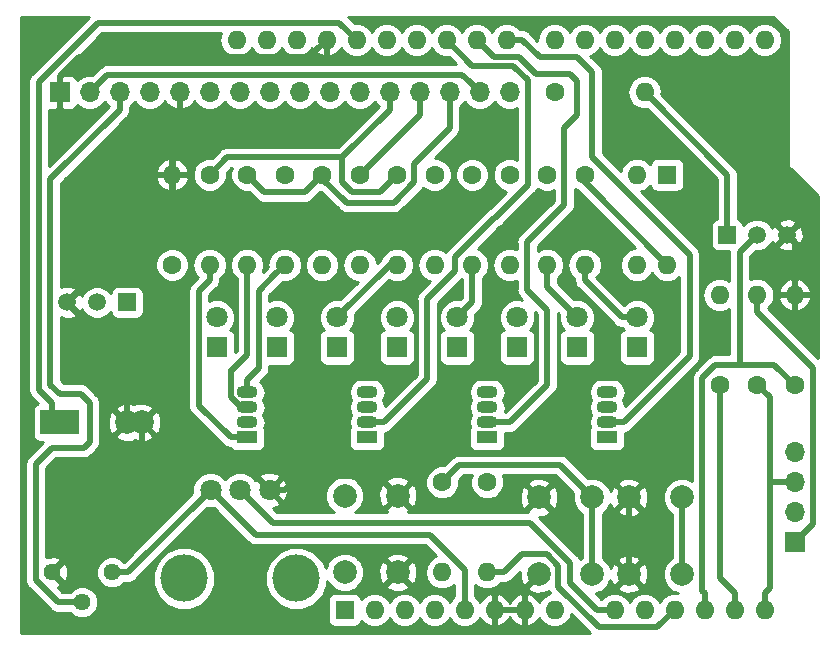
<source format=gbl>
G04 #@! TF.GenerationSoftware,KiCad,Pcbnew,5.0.2-bee76a0~70~ubuntu14.04.1*
G04 #@! TF.CreationDate,2019-04-02T14:46:03+02:00*
G04 #@! TF.ProjectId,shield_a,73686965-6c64-45f6-912e-6b696361645f,1.1*
G04 #@! TF.SameCoordinates,Original*
G04 #@! TF.FileFunction,Copper,L2,Bot*
G04 #@! TF.FilePolarity,Positive*
%FSLAX46Y46*%
G04 Gerber Fmt 4.6, Leading zero omitted, Abs format (unit mm)*
G04 Created by KiCad (PCBNEW 5.0.2-bee76a0~70~ubuntu14.04.1) date Uto 02 Tra 2019 14:46:03*
%MOMM*%
%LPD*%
G01*
G04 APERTURE LIST*
G04 #@! TA.AperFunction,ComponentPad*
%ADD10R,1.700000X1.700000*%
G04 #@! TD*
G04 #@! TA.AperFunction,ComponentPad*
%ADD11O,1.700000X1.700000*%
G04 #@! TD*
G04 #@! TA.AperFunction,ComponentPad*
%ADD12R,2.000000X2.000000*%
G04 #@! TD*
G04 #@! TA.AperFunction,ComponentPad*
%ADD13C,2.000000*%
G04 #@! TD*
G04 #@! TA.AperFunction,ComponentPad*
%ADD14O,1.600000X1.600000*%
G04 #@! TD*
G04 #@! TA.AperFunction,ComponentPad*
%ADD15R,1.600000X1.600000*%
G04 #@! TD*
G04 #@! TA.AperFunction,ComponentPad*
%ADD16C,1.440000*%
G04 #@! TD*
G04 #@! TA.AperFunction,ComponentPad*
%ADD17C,1.800000*%
G04 #@! TD*
G04 #@! TA.AperFunction,WasherPad*
%ADD18C,4.000000*%
G04 #@! TD*
G04 #@! TA.AperFunction,ComponentPad*
%ADD19C,1.600000*%
G04 #@! TD*
G04 #@! TA.AperFunction,ComponentPad*
%ADD20R,1.800000X1.800000*%
G04 #@! TD*
G04 #@! TA.AperFunction,ComponentPad*
%ADD21C,1.500000*%
G04 #@! TD*
G04 #@! TA.AperFunction,ComponentPad*
%ADD22R,1.500000X1.500000*%
G04 #@! TD*
G04 #@! TA.AperFunction,ComponentPad*
%ADD23R,1.800000X1.070000*%
G04 #@! TD*
G04 #@! TA.AperFunction,ComponentPad*
%ADD24O,1.800000X1.070000*%
G04 #@! TD*
G04 #@! TA.AperFunction,Conductor*
%ADD25C,0.500000*%
G04 #@! TD*
G04 #@! TA.AperFunction,Conductor*
%ADD26C,0.254000*%
G04 #@! TD*
G04 APERTURE END LIST*
D10*
G04 #@! TO.P,DS1,1*
G04 #@! TO.N,GND*
X111760000Y-70485000D03*
D11*
G04 #@! TO.P,DS1,2*
G04 #@! TO.N,+5V*
X114300000Y-70485000D03*
G04 #@! TO.P,DS1,3*
G04 #@! TO.N,Net-(DS1-Pad3)*
X116840000Y-70485000D03*
G04 #@! TO.P,DS1,4*
G04 #@! TO.N,D2*
X119380000Y-70485000D03*
G04 #@! TO.P,DS1,5*
G04 #@! TO.N,GND*
X121920000Y-70485000D03*
G04 #@! TO.P,DS1,6*
G04 #@! TO.N,D3*
X124460000Y-70485000D03*
G04 #@! TO.P,DS1,7*
G04 #@! TO.N,Net-(DS1-Pad7)*
X127000000Y-70485000D03*
G04 #@! TO.P,DS1,8*
G04 #@! TO.N,Net-(DS1-Pad8)*
X129540000Y-70485000D03*
G04 #@! TO.P,DS1,9*
G04 #@! TO.N,Net-(DS1-Pad9)*
X132080000Y-70485000D03*
G04 #@! TO.P,DS1,10*
G04 #@! TO.N,Net-(DS1-Pad10)*
X134620000Y-70485000D03*
G04 #@! TO.P,DS1,11*
G04 #@! TO.N,D4*
X137160000Y-70485000D03*
G04 #@! TO.P,DS1,12*
G04 #@! TO.N,D5*
X139700000Y-70485000D03*
G04 #@! TO.P,DS1,13*
G04 #@! TO.N,D6*
X142240000Y-70485000D03*
G04 #@! TO.P,DS1,14*
G04 #@! TO.N,D7*
X144780000Y-70485000D03*
G04 #@! TO.P,DS1,15*
G04 #@! TO.N,+5V*
X147320000Y-70485000D03*
G04 #@! TO.P,DS1,16*
G04 #@! TO.N,Net-(DS1-Pad16)*
X149860000Y-70485000D03*
G04 #@! TD*
D12*
G04 #@! TO.P,BZ1,1*
G04 #@! TO.N,Net-(A1-Pad28)*
X111125000Y-98425000D03*
D13*
G04 #@! TO.P,BZ1,2*
G04 #@! TO.N,GND*
X118725000Y-98425000D03*
D12*
G04 #@! TO.P,BZ1,1*
G04 #@! TO.N,Net-(A1-Pad28)*
X112395000Y-98425000D03*
D13*
G04 #@! TO.P,BZ1,2*
G04 #@! TO.N,GND*
X117475000Y-98425000D03*
G04 #@! TD*
D14*
G04 #@! TO.P,A1,32*
G04 #@! TO.N,Net-(A1-Pad32)*
X126750000Y-66040000D03*
G04 #@! TO.P,A1,31*
G04 #@! TO.N,Net-(A1-Pad31)*
X129290000Y-66040000D03*
D15*
G04 #@! TO.P,A1,1*
G04 #@! TO.N,Net-(A1-Pad1)*
X135890000Y-114300000D03*
D14*
G04 #@! TO.P,A1,17*
G04 #@! TO.N,D2*
X166370000Y-66040000D03*
G04 #@! TO.P,A1,2*
G04 #@! TO.N,Net-(A1-Pad2)*
X138430000Y-114300000D03*
G04 #@! TO.P,A1,18*
G04 #@! TO.N,D3*
X163830000Y-66040000D03*
G04 #@! TO.P,A1,3*
G04 #@! TO.N,Net-(A1-Pad3)*
X140970000Y-114300000D03*
G04 #@! TO.P,A1,19*
G04 #@! TO.N,D4*
X161290000Y-66040000D03*
G04 #@! TO.P,A1,4*
G04 #@! TO.N,Net-(A1-Pad4)*
X143510000Y-114300000D03*
G04 #@! TO.P,A1,20*
G04 #@! TO.N,D5*
X158750000Y-66040000D03*
G04 #@! TO.P,A1,5*
G04 #@! TO.N,+5V*
X146050000Y-114300000D03*
G04 #@! TO.P,A1,21*
G04 #@! TO.N,D6*
X156210000Y-66040000D03*
G04 #@! TO.P,A1,6*
G04 #@! TO.N,GND*
X148590000Y-114300000D03*
G04 #@! TO.P,A1,22*
G04 #@! TO.N,D7*
X153670000Y-66040000D03*
G04 #@! TO.P,A1,7*
G04 #@! TO.N,GND*
X151130000Y-114300000D03*
G04 #@! TO.P,A1,23*
G04 #@! TO.N,D8*
X149610000Y-66040000D03*
G04 #@! TO.P,A1,8*
G04 #@! TO.N,Net-(A1-Pad8)*
X153670000Y-114300000D03*
G04 #@! TO.P,A1,24*
G04 #@! TO.N,D9*
X147070000Y-66040000D03*
G04 #@! TO.P,A1,9*
G04 #@! TO.N,Net-(A1-Pad9)*
X158750000Y-114300000D03*
G04 #@! TO.P,A1,25*
G04 #@! TO.N,D10*
X144530000Y-66040000D03*
G04 #@! TO.P,A1,10*
G04 #@! TO.N,Net-(A1-Pad10)*
X161290000Y-114300000D03*
G04 #@! TO.P,A1,26*
G04 #@! TO.N,D11*
X141990000Y-66040000D03*
G04 #@! TO.P,A1,11*
G04 #@! TO.N,Net-(A1-Pad11)*
X163830000Y-114300000D03*
G04 #@! TO.P,A1,27*
G04 #@! TO.N,Net-(A1-Pad27)*
X139450000Y-66040000D03*
G04 #@! TO.P,A1,12*
G04 #@! TO.N,Net-(A1-Pad12)*
X166370000Y-114300000D03*
G04 #@! TO.P,A1,28*
G04 #@! TO.N,Net-(A1-Pad28)*
X136910000Y-66040000D03*
G04 #@! TO.P,A1,13*
G04 #@! TO.N,SDA*
X168910000Y-114300000D03*
G04 #@! TO.P,A1,29*
G04 #@! TO.N,GND*
X134370000Y-66040000D03*
G04 #@! TO.P,A1,14*
G04 #@! TO.N,SCL*
X171450000Y-114300000D03*
G04 #@! TO.P,A1,30*
G04 #@! TO.N,Net-(A1-Pad30)*
X131830000Y-66040000D03*
G04 #@! TO.P,A1,15*
G04 #@! TO.N,Net-(A1-Pad15)*
X171450000Y-66040000D03*
G04 #@! TO.P,A1,16*
G04 #@! TO.N,Net-(A1-Pad16)*
X168910000Y-66040000D03*
G04 #@! TD*
D13*
G04 #@! TO.P,SW1,2*
G04 #@! TO.N,GND*
X152345000Y-104775000D03*
G04 #@! TO.P,SW1,1*
G04 #@! TO.N,A1*
X156845000Y-104775000D03*
G04 #@! TO.P,SW1,2*
G04 #@! TO.N,GND*
X152345000Y-111275000D03*
G04 #@! TO.P,SW1,1*
G04 #@! TO.N,A1*
X156845000Y-111275000D03*
G04 #@! TD*
D16*
G04 #@! TO.P,RV2,3*
G04 #@! TO.N,+5V*
X116205000Y-111125000D03*
G04 #@! TO.P,RV2,2*
G04 #@! TO.N,Net-(DS1-Pad3)*
X113665000Y-113665000D03*
G04 #@! TO.P,RV2,1*
G04 #@! TO.N,GND*
X111125000Y-111125000D03*
G04 #@! TD*
D17*
G04 #@! TO.P,RV1,3*
G04 #@! TO.N,+5V*
X124540000Y-104140000D03*
G04 #@! TO.P,RV1,2*
G04 #@! TO.N,Net-(A1-Pad9)*
X127040000Y-104140000D03*
G04 #@! TO.P,RV1,1*
G04 #@! TO.N,GND*
X129540000Y-104140000D03*
D18*
G04 #@! TO.P,RV1,*
G04 #@! TO.N,*
X122290000Y-111640000D03*
X131790000Y-111640000D03*
G04 #@! TD*
D14*
G04 #@! TO.P,R4,2*
G04 #@! TO.N,Net-(D3-Pad2)*
X146685000Y-85090000D03*
D19*
G04 #@! TO.P,R4,1*
G04 #@! TO.N,D3*
X146685000Y-77470000D03*
G04 #@! TD*
D14*
G04 #@! TO.P,R13,2*
G04 #@! TO.N,Net-(D10-Pad3)*
X127635000Y-85090000D03*
D19*
G04 #@! TO.P,R13,1*
G04 #@! TO.N,D7*
X127635000Y-77470000D03*
G04 #@! TD*
D20*
G04 #@! TO.P,D1,1*
G04 #@! TO.N,Net-(D0-Pad1)*
X155575000Y-92075000D03*
D17*
G04 #@! TO.P,D1,2*
G04 #@! TO.N,Net-(D1-Pad2)*
X155575000Y-89535000D03*
G04 #@! TD*
D14*
G04 #@! TO.P,R10,2*
G04 #@! TO.N,Net-(A1-Pad11)*
X147955000Y-111125000D03*
D19*
G04 #@! TO.P,R10,1*
G04 #@! TO.N,A2*
X147955000Y-103505000D03*
G04 #@! TD*
G04 #@! TO.P,R12,1*
G04 #@! TO.N,D6*
X130810000Y-77470000D03*
D14*
G04 #@! TO.P,R12,2*
G04 #@! TO.N,Net-(D10-Pad4)*
X130810000Y-85090000D03*
G04 #@! TD*
D21*
G04 #@! TO.P,Q1,2*
G04 #@! TO.N,Net-(A1-Pad27)*
X114935000Y-88265000D03*
G04 #@! TO.P,Q1,3*
G04 #@! TO.N,GND*
X112395000Y-88265000D03*
D22*
G04 #@! TO.P,Q1,1*
G04 #@! TO.N,Net-(D0-Pad1)*
X117475000Y-88265000D03*
G04 #@! TD*
D19*
G04 #@! TO.P,R1,1*
G04 #@! TO.N,Net-(R1-Pad1)*
X156210000Y-77470000D03*
D14*
G04 #@! TO.P,R1,2*
G04 #@! TO.N,Net-(D0-Pad2)*
X156210000Y-85090000D03*
G04 #@! TD*
D17*
G04 #@! TO.P,D4,2*
G04 #@! TO.N,Net-(D4-Pad2)*
X140335000Y-89535000D03*
D20*
G04 #@! TO.P,D4,1*
G04 #@! TO.N,Net-(D0-Pad1)*
X140335000Y-92075000D03*
G04 #@! TD*
D17*
G04 #@! TO.P,D0,2*
G04 #@! TO.N,Net-(D0-Pad2)*
X160655000Y-89535000D03*
D20*
G04 #@! TO.P,D0,1*
G04 #@! TO.N,Net-(D0-Pad1)*
X160655000Y-92075000D03*
G04 #@! TD*
D19*
G04 #@! TO.P,R3,1*
G04 #@! TO.N,D2*
X149860000Y-77470000D03*
D14*
G04 #@! TO.P,R3,2*
G04 #@! TO.N,Net-(D2-Pad2)*
X149860000Y-85090000D03*
G04 #@! TD*
D20*
G04 #@! TO.P,D5,1*
G04 #@! TO.N,Net-(D0-Pad1)*
X135255000Y-92075000D03*
D17*
G04 #@! TO.P,D5,2*
G04 #@! TO.N,Net-(D5-Pad2)*
X135255000Y-89535000D03*
G04 #@! TD*
D20*
G04 #@! TO.P,D3,1*
G04 #@! TO.N,Net-(D0-Pad1)*
X145415000Y-92075000D03*
D17*
G04 #@! TO.P,D3,2*
G04 #@! TO.N,Net-(D3-Pad2)*
X145415000Y-89535000D03*
G04 #@! TD*
D20*
G04 #@! TO.P,D7,1*
G04 #@! TO.N,Net-(D0-Pad1)*
X125095000Y-92075000D03*
D17*
G04 #@! TO.P,D7,2*
G04 #@! TO.N,Net-(D7-Pad2)*
X125095000Y-89535000D03*
G04 #@! TD*
G04 #@! TO.P,D6,2*
G04 #@! TO.N,Net-(D6-Pad2)*
X130175000Y-89535000D03*
D20*
G04 #@! TO.P,D6,1*
G04 #@! TO.N,Net-(D0-Pad1)*
X130175000Y-92075000D03*
G04 #@! TD*
D14*
G04 #@! TO.P,R2,2*
G04 #@! TO.N,Net-(D1-Pad2)*
X153035000Y-85090000D03*
D19*
G04 #@! TO.P,R2,1*
G04 #@! TO.N,Net-(R2-Pad1)*
X153035000Y-77470000D03*
G04 #@! TD*
D17*
G04 #@! TO.P,D2,2*
G04 #@! TO.N,Net-(D2-Pad2)*
X150495000Y-89535000D03*
D20*
G04 #@! TO.P,D2,1*
G04 #@! TO.N,Net-(D0-Pad1)*
X150495000Y-92075000D03*
G04 #@! TD*
D19*
G04 #@! TO.P,R7,1*
G04 #@! TO.N,D6*
X137160000Y-77470000D03*
D14*
G04 #@! TO.P,R7,2*
G04 #@! TO.N,Net-(D6-Pad2)*
X137160000Y-85090000D03*
G04 #@! TD*
G04 #@! TO.P,R6,2*
G04 #@! TO.N,Net-(D5-Pad2)*
X140335000Y-85090000D03*
D19*
G04 #@! TO.P,R6,1*
G04 #@! TO.N,D5*
X140335000Y-77470000D03*
G04 #@! TD*
D10*
G04 #@! TO.P,J1,1*
G04 #@! TO.N,+5V*
X173990000Y-108585000D03*
D11*
G04 #@! TO.P,J1,2*
G04 #@! TO.N,GND*
X173990000Y-106045000D03*
G04 #@! TO.P,J1,3*
G04 #@! TO.N,SCL*
X173990000Y-103505000D03*
G04 #@! TO.P,J1,4*
G04 #@! TO.N,SDA*
X173990000Y-100965000D03*
G04 #@! TD*
D21*
G04 #@! TO.P,Q2,2*
G04 #@! TO.N,Net-(A1-Pad12)*
X170815000Y-82550000D03*
G04 #@! TO.P,Q2,3*
G04 #@! TO.N,GND*
X173355000Y-82550000D03*
D22*
G04 #@! TO.P,Q2,1*
G04 #@! TO.N,Net-(Q2-Pad1)*
X168275000Y-82550000D03*
G04 #@! TD*
D13*
G04 #@! TO.P,SW3,2*
G04 #@! TO.N,GND*
X140390000Y-111125000D03*
G04 #@! TO.P,SW3,1*
G04 #@! TO.N,Net-(A1-Pad3)*
X135890000Y-111125000D03*
G04 #@! TO.P,SW3,2*
G04 #@! TO.N,GND*
X140390000Y-104625000D03*
G04 #@! TO.P,SW3,1*
G04 #@! TO.N,Net-(A1-Pad3)*
X135890000Y-104625000D03*
G04 #@! TD*
D14*
G04 #@! TO.P,R15,2*
G04 #@! TO.N,GND*
X173990000Y-87630000D03*
D19*
G04 #@! TO.P,R15,1*
G04 #@! TO.N,Net-(A1-Pad12)*
X173990000Y-95250000D03*
G04 #@! TD*
G04 #@! TO.P,R18,1*
G04 #@! TO.N,SCL*
X170815000Y-95250000D03*
D14*
G04 #@! TO.P,R18,2*
G04 #@! TO.N,+5V*
X170815000Y-87630000D03*
G04 #@! TD*
G04 #@! TO.P,R8,2*
G04 #@! TO.N,Net-(D7-Pad2)*
X133985000Y-85090000D03*
D19*
G04 #@! TO.P,R8,1*
G04 #@! TO.N,D7*
X133985000Y-77470000D03*
G04 #@! TD*
D14*
G04 #@! TO.P,R17,2*
G04 #@! TO.N,+5V*
X167640000Y-87630000D03*
D19*
G04 #@! TO.P,R17,1*
G04 #@! TO.N,SDA*
X167640000Y-95250000D03*
G04 #@! TD*
G04 #@! TO.P,R9,1*
G04 #@! TO.N,A1*
X144145000Y-103505000D03*
D14*
G04 #@! TO.P,R9,2*
G04 #@! TO.N,Net-(A1-Pad10)*
X144145000Y-111125000D03*
G04 #@! TD*
D23*
G04 #@! TO.P,D9,1*
G04 #@! TO.N,Net-(D10-Pad1)*
X147955000Y-99695000D03*
D24*
G04 #@! TO.P,D9,2*
G04 #@! TO.N,D9*
X147955000Y-98425000D03*
G04 #@! TO.P,D9,3*
G04 #@! TO.N,Net-(D10-Pad3)*
X147955000Y-97155000D03*
G04 #@! TO.P,D9,4*
G04 #@! TO.N,Net-(D10-Pad4)*
X147955000Y-95885000D03*
G04 #@! TD*
D19*
G04 #@! TO.P,R16,1*
G04 #@! TO.N,Net-(DS1-Pad16)*
X153670000Y-70485000D03*
D14*
G04 #@! TO.P,R16,2*
G04 #@! TO.N,Net-(Q2-Pad1)*
X161290000Y-70485000D03*
G04 #@! TD*
D24*
G04 #@! TO.P,D10,4*
G04 #@! TO.N,Net-(D10-Pad4)*
X137795000Y-95885000D03*
G04 #@! TO.P,D10,3*
G04 #@! TO.N,Net-(D10-Pad3)*
X137795000Y-97155000D03*
G04 #@! TO.P,D10,2*
G04 #@! TO.N,D10*
X137795000Y-98425000D03*
D23*
G04 #@! TO.P,D10,1*
G04 #@! TO.N,Net-(D10-Pad1)*
X137795000Y-99695000D03*
G04 #@! TD*
D19*
G04 #@! TO.P,R11,1*
G04 #@! TO.N,D5*
X124460000Y-77470000D03*
D14*
G04 #@! TO.P,R11,2*
G04 #@! TO.N,Net-(D10-Pad1)*
X124460000Y-85090000D03*
G04 #@! TD*
D19*
G04 #@! TO.P,R5,1*
G04 #@! TO.N,D4*
X143510000Y-77470000D03*
D14*
G04 #@! TO.P,R5,2*
G04 #@! TO.N,Net-(D4-Pad2)*
X143510000Y-85090000D03*
G04 #@! TD*
D19*
G04 #@! TO.P,R14,1*
G04 #@! TO.N,Net-(A1-Pad27)*
X121285000Y-85090000D03*
D14*
G04 #@! TO.P,R14,2*
G04 #@! TO.N,GND*
X121285000Y-77470000D03*
G04 #@! TD*
D15*
G04 #@! TO.P,SW4,1*
G04 #@! TO.N,Net-(A1-Pad15)*
X163195000Y-77470000D03*
D14*
G04 #@! TO.P,SW4,3*
G04 #@! TO.N,Net-(R2-Pad1)*
X160655000Y-85090000D03*
G04 #@! TO.P,SW4,2*
G04 #@! TO.N,Net-(A1-Pad16)*
X160655000Y-77470000D03*
G04 #@! TO.P,SW4,4*
G04 #@! TO.N,Net-(R1-Pad1)*
X163195000Y-85090000D03*
G04 #@! TD*
D24*
G04 #@! TO.P,D8,4*
G04 #@! TO.N,Net-(D10-Pad4)*
X158115000Y-95885000D03*
G04 #@! TO.P,D8,3*
G04 #@! TO.N,Net-(D10-Pad3)*
X158115000Y-97155000D03*
G04 #@! TO.P,D8,2*
G04 #@! TO.N,D8*
X158115000Y-98425000D03*
D23*
G04 #@! TO.P,D8,1*
G04 #@! TO.N,Net-(D10-Pad1)*
X158115000Y-99695000D03*
G04 #@! TD*
G04 #@! TO.P,D11,1*
G04 #@! TO.N,Net-(D10-Pad1)*
X127635000Y-99695000D03*
D24*
G04 #@! TO.P,D11,2*
G04 #@! TO.N,D11*
X127635000Y-98425000D03*
G04 #@! TO.P,D11,3*
G04 #@! TO.N,Net-(D10-Pad3)*
X127635000Y-97155000D03*
G04 #@! TO.P,D11,4*
G04 #@! TO.N,Net-(D10-Pad4)*
X127635000Y-95885000D03*
G04 #@! TD*
D13*
G04 #@! TO.P,SW2,1*
G04 #@! TO.N,A2*
X164465000Y-111275000D03*
G04 #@! TO.P,SW2,2*
G04 #@! TO.N,GND*
X159965000Y-111275000D03*
G04 #@! TO.P,SW2,1*
G04 #@! TO.N,A2*
X164465000Y-104775000D03*
G04 #@! TO.P,SW2,2*
G04 #@! TO.N,GND*
X159965000Y-104775000D03*
G04 #@! TD*
D25*
G04 #@! TO.N,GND*
X112395000Y-88265000D02*
X121285000Y-79375000D01*
X121285000Y-79375000D02*
X121285000Y-78920300D01*
X117475000Y-98425000D02*
X117475000Y-93345000D01*
X117475000Y-93345000D02*
X112395000Y-88265000D01*
X121285000Y-77470000D02*
X121285000Y-78920300D01*
X118725000Y-98425000D02*
X121197600Y-100897600D01*
X121197600Y-100897600D02*
X121197600Y-102569500D01*
X129540000Y-104140000D02*
X127969500Y-102569500D01*
X127969500Y-102569500D02*
X121197600Y-102569500D01*
X121285000Y-77470000D02*
X121285000Y-76019700D01*
X121285000Y-76019700D02*
X121920000Y-75384700D01*
X121920000Y-75384700D02*
X121920000Y-70485000D01*
X159965000Y-104775000D02*
X159965000Y-111275000D01*
X133570001Y-66839999D02*
X134370000Y-66040000D01*
X132919999Y-67490001D02*
X133570001Y-66839999D01*
X111760000Y-69135000D02*
X113404999Y-67490001D01*
X111760000Y-70485000D02*
X111760000Y-69135000D01*
X121920000Y-67490001D02*
X132919999Y-67490001D01*
X113404999Y-67490001D02*
X121920000Y-67490001D01*
X173990000Y-83185000D02*
X173355000Y-82550000D01*
X173990000Y-87630000D02*
X173990000Y-83185000D01*
X139390001Y-103625001D02*
X140390000Y-104625000D01*
X138739999Y-102974999D02*
X139390001Y-103625001D01*
X130812792Y-104140000D02*
X131977793Y-102974999D01*
X131977793Y-102974999D02*
X138739999Y-102974999D01*
X129540000Y-104140000D02*
X130812792Y-104140000D01*
X118725000Y-103525000D02*
X111125000Y-111125000D01*
X118725000Y-98425000D02*
X118725000Y-103525000D01*
G04 #@! TO.N,Net-(D5-Pad2)*
X139700000Y-85090000D02*
X140335000Y-85090000D01*
X135255000Y-89535000D02*
X139700000Y-85090000D01*
G04 #@! TO.N,Net-(D3-Pad2)*
X145415000Y-89535000D02*
X146685000Y-88265000D01*
X146685000Y-88265000D02*
X146685000Y-85090000D01*
G04 #@! TO.N,Net-(R1-Pad1)*
X156210000Y-78105000D02*
X156210000Y-77470000D01*
X163195000Y-85090000D02*
X156210000Y-78105000D01*
G04 #@! TO.N,Net-(D1-Pad2)*
X153035000Y-86995000D02*
X153035000Y-85090000D01*
X155575000Y-89535000D02*
X153035000Y-86995000D01*
G04 #@! TO.N,D9*
X150695400Y-67510400D02*
X148540400Y-67510400D01*
X151344800Y-83153300D02*
X154488100Y-80010000D01*
X149860000Y-98425000D02*
X153035000Y-95250000D01*
X153035000Y-95250000D02*
X153035000Y-88900000D01*
X148540400Y-67510400D02*
X147070000Y-66040000D01*
X151344800Y-87209800D02*
X151344800Y-83153300D01*
X153035000Y-88900000D02*
X151344800Y-87209800D01*
X152090010Y-68905010D02*
X150695400Y-67510400D01*
X147955000Y-98425000D02*
X149860000Y-98425000D01*
X154488100Y-80010000D02*
X154488100Y-73476900D01*
X155575000Y-69540010D02*
X154940000Y-68905010D01*
X155575000Y-72390000D02*
X155575000Y-69540010D01*
X154940000Y-68905010D02*
X152090010Y-68905010D01*
X154488100Y-73476900D02*
X155575000Y-72390000D01*
G04 #@! TO.N,+5V*
X170815000Y-87630000D02*
X170815000Y-89080300D01*
X173990000Y-108585000D02*
X175512600Y-107062400D01*
X175512600Y-107062400D02*
X175512600Y-93777900D01*
X175512600Y-93777900D02*
X170815000Y-89080300D01*
X146470001Y-69635001D02*
X147320000Y-70485000D01*
X145819999Y-68984999D02*
X146470001Y-69635001D01*
X115800001Y-68984999D02*
X145819999Y-68984999D01*
X114300000Y-70485000D02*
X115800001Y-68984999D01*
X143093600Y-107950000D02*
X128350000Y-107950000D01*
X146050000Y-110906400D02*
X143093600Y-107950000D01*
X128350000Y-107950000D02*
X124540000Y-104140000D01*
X146050000Y-114300000D02*
X146050000Y-110906400D01*
X117555000Y-111125000D02*
X124540000Y-104140000D01*
X116205000Y-111125000D02*
X117555000Y-111125000D01*
G04 #@! TO.N,Net-(A1-Pad9)*
X157299700Y-114300000D02*
X155008000Y-112008300D01*
X155008000Y-112008300D02*
X155008000Y-110318500D01*
X155008000Y-110318500D02*
X151607600Y-106918100D01*
X151607600Y-106918100D02*
X129818100Y-106918100D01*
X129818100Y-106918100D02*
X127040000Y-104140000D01*
X158750000Y-114300000D02*
X157299700Y-114300000D01*
G04 #@! TO.N,Net-(A1-Pad12)*
X169360100Y-93543500D02*
X167279500Y-93543500D01*
X167279500Y-93543500D02*
X166179100Y-94643900D01*
X166179100Y-94643900D02*
X166179100Y-112658800D01*
X166179100Y-112658800D02*
X166370000Y-112849700D01*
X173990000Y-95250000D02*
X172283500Y-93543500D01*
X172283500Y-93543500D02*
X169360100Y-93543500D01*
X170815000Y-82550000D02*
X169360100Y-84004900D01*
X169360100Y-84004900D02*
X169360100Y-93543500D01*
X166370000Y-114300000D02*
X166370000Y-112849700D01*
G04 #@! TO.N,Net-(A1-Pad28)*
X136910000Y-66040000D02*
X135454100Y-64584100D01*
X135454100Y-64584100D02*
X115020200Y-64584100D01*
X115020200Y-64584100D02*
X110007100Y-69597200D01*
X110007100Y-69597200D02*
X110007100Y-95656800D01*
X110007100Y-95656800D02*
X111125000Y-96774700D01*
X111125000Y-98425000D02*
X111125000Y-96774700D01*
G04 #@! TO.N,SDA*
X168910000Y-114300000D02*
X168910000Y-112849700D01*
X167640000Y-95250000D02*
X167640000Y-111579700D01*
X167640000Y-111579700D02*
X168910000Y-112849700D01*
G04 #@! TO.N,Net-(D10-Pad4)*
X130010001Y-85889999D02*
X130810000Y-85090000D01*
X128624999Y-87275001D02*
X130010001Y-85889999D01*
X128624999Y-93860001D02*
X128624999Y-87275001D01*
X127635000Y-94850000D02*
X128624999Y-93860001D01*
X127635000Y-95885000D02*
X127635000Y-94850000D01*
G04 #@! TO.N,Net-(D10-Pad3)*
X127635000Y-92710000D02*
X127635000Y-86221370D01*
X127635000Y-86221370D02*
X127635000Y-85090000D01*
X126284990Y-96293004D02*
X126284990Y-93980000D01*
X126365000Y-93980000D02*
X127635000Y-92710000D01*
X127146986Y-97155000D02*
X126284990Y-96293004D01*
X127635000Y-97155000D02*
X127146986Y-97155000D01*
G04 #@! TO.N,Net-(D10-Pad1)*
X124460000Y-85090000D02*
X124460000Y-86390000D01*
X127635000Y-99695000D02*
X126235000Y-99695000D01*
X126235000Y-99695000D02*
X123543800Y-97003800D01*
X123543800Y-97003800D02*
X123543800Y-87306200D01*
X123543800Y-87306200D02*
X124460000Y-86390000D01*
G04 #@! TO.N,D7*
X133848600Y-77606400D02*
X132522700Y-78932300D01*
X132522700Y-78932300D02*
X129097300Y-78932300D01*
X129097300Y-78932300D02*
X127635000Y-77470000D01*
X133985000Y-77470000D02*
X133848600Y-77606400D01*
X133848600Y-77606400D02*
X136067900Y-79825800D01*
X136067900Y-79825800D02*
X140066800Y-79825800D01*
X140066800Y-79825800D02*
X141785400Y-78107200D01*
X141785400Y-78107200D02*
X141785400Y-76528900D01*
X141785400Y-76528900D02*
X144780000Y-73534300D01*
X144780000Y-73534300D02*
X144780000Y-70485000D01*
G04 #@! TO.N,D6*
X137160000Y-77470000D02*
X142240000Y-72390000D01*
X142240000Y-72390000D02*
X142240000Y-70485000D01*
G04 #@! TO.N,D5*
X135692600Y-75992700D02*
X139700000Y-71985300D01*
X140335000Y-77470000D02*
X138882100Y-78922900D01*
X138882100Y-78922900D02*
X136533300Y-78922900D01*
X136533300Y-78922900D02*
X135692600Y-78082200D01*
X135692600Y-78082200D02*
X135692600Y-75992700D01*
X124460000Y-77470000D02*
X125937300Y-75992700D01*
X125937300Y-75992700D02*
X135692600Y-75992700D01*
X139700000Y-70485000D02*
X139700000Y-71985300D01*
G04 #@! TO.N,A2*
X164465000Y-104775000D02*
X164465000Y-111275000D01*
G04 #@! TO.N,Net-(DS1-Pad3)*
X116840000Y-71985300D02*
X116840000Y-70485000D01*
X110967100Y-77858200D02*
X116840000Y-71985300D01*
X110967100Y-95219100D02*
X110967100Y-77858200D01*
X113538000Y-96012000D02*
X111760000Y-96012000D01*
X111760000Y-96012000D02*
X110967100Y-95219100D01*
X113792000Y-100584000D02*
X114300000Y-100076000D01*
X114300000Y-100076000D02*
X114300000Y-96774000D01*
X114300000Y-96774000D02*
X113538000Y-96012000D01*
X109754999Y-111782601D02*
X109754999Y-101954001D01*
X113665000Y-113665000D02*
X111637398Y-113665000D01*
X111637398Y-113665000D02*
X109754999Y-111782601D01*
X111125000Y-100584000D02*
X113792000Y-100584000D01*
X109754999Y-101954001D02*
X111125000Y-100584000D01*
G04 #@! TO.N,D8*
X150910000Y-66040000D02*
X149610000Y-66040000D01*
X158115000Y-98425000D02*
X159515000Y-98425000D01*
X159515000Y-98425000D02*
X165100000Y-92840000D01*
X165100000Y-92840000D02*
X165100000Y-84213000D01*
X165100000Y-84213000D02*
X158357000Y-77470000D01*
X158357000Y-77470000D02*
X158356002Y-77470000D01*
X152400000Y-67530000D02*
X150910000Y-66040000D01*
X158356002Y-77470000D02*
X156845000Y-75958998D01*
X156845000Y-68800000D02*
X155575000Y-67530000D01*
X156845000Y-75958998D02*
X156845000Y-68800000D01*
X152400000Y-67530000D02*
X155575000Y-67530000D01*
G04 #@! TO.N,D10*
X150125800Y-68210800D02*
X146700800Y-68210800D01*
X142875000Y-94745000D02*
X142875000Y-87984600D01*
X142875000Y-87984600D02*
X145234700Y-85624900D01*
X146700800Y-68210800D02*
X144530000Y-66040000D01*
X137795000Y-98425000D02*
X139195000Y-98425000D01*
X148555500Y-81078600D02*
X148648300Y-81078600D01*
X139195000Y-98425000D02*
X142875000Y-94745000D01*
X148648300Y-81078600D02*
X151390000Y-78336900D01*
X145234700Y-85624900D02*
X145234700Y-84399400D01*
X151390000Y-69475000D02*
X150125800Y-68210800D01*
X145234700Y-84399400D02*
X148555500Y-81078600D01*
X151390000Y-78336900D02*
X151390000Y-69475000D01*
G04 #@! TO.N,A1*
X144145000Y-103505000D02*
X145615700Y-102034300D01*
X145615700Y-102034300D02*
X154104300Y-102034300D01*
X154104300Y-102034300D02*
X156845000Y-104775000D01*
X156845000Y-111275000D02*
X156845000Y-104775000D01*
G04 #@! TO.N,SCL*
X171877500Y-103505000D02*
X171877500Y-112422200D01*
X171877500Y-112422200D02*
X171450000Y-112849700D01*
X172489700Y-103505000D02*
X171877500Y-103505000D01*
X173990000Y-103505000D02*
X172489700Y-103505000D01*
X171450000Y-114300000D02*
X171450000Y-112849700D01*
X171877500Y-96312500D02*
X170815000Y-95250000D01*
X171877500Y-103505000D02*
X171877500Y-96312500D01*
G04 #@! TO.N,Net-(A1-Pad11)*
X153013000Y-109596800D02*
X153995400Y-110579200D01*
X153995400Y-110579200D02*
X153995400Y-112327400D01*
X153995400Y-112327400D02*
X157429800Y-115761800D01*
X157429800Y-115761800D02*
X162368200Y-115761800D01*
X162368200Y-115761800D02*
X163830000Y-114300000D01*
X150933500Y-109596800D02*
X153013000Y-109596800D01*
X149405300Y-111125000D02*
X150933500Y-109596800D01*
X147955000Y-111125000D02*
X149405300Y-111125000D01*
G04 #@! TO.N,Net-(Q2-Pad1)*
X168275000Y-77470000D02*
X161290000Y-70485000D01*
X168275000Y-82550000D02*
X168275000Y-77470000D01*
G04 #@! TO.N,Net-(D0-Pad2)*
X156210000Y-86390000D02*
X159355000Y-89535000D01*
X159355000Y-89535000D02*
X160655000Y-89535000D01*
X156210000Y-85090000D02*
X156210000Y-86390000D01*
G04 #@! TD*
D26*
G04 #@! TO.N,GND*
G36*
X109442947Y-68909775D02*
X109369051Y-68959151D01*
X109173448Y-69251891D01*
X109122100Y-69510036D01*
X109122100Y-69510039D01*
X109104763Y-69597200D01*
X109122100Y-69684361D01*
X109122101Y-95569634D01*
X109104763Y-95656800D01*
X109173448Y-96002109D01*
X109319676Y-96220954D01*
X109319678Y-96220956D01*
X109369052Y-96294849D01*
X109442945Y-96344223D01*
X109917546Y-96818825D01*
X109877235Y-96826843D01*
X109667191Y-96967191D01*
X109526843Y-97177235D01*
X109477560Y-97425000D01*
X109477560Y-99425000D01*
X109526843Y-99672765D01*
X109667191Y-99882809D01*
X109877235Y-100023157D01*
X110125000Y-100072440D01*
X110384981Y-100072440D01*
X109190844Y-101266578D01*
X109116951Y-101315952D01*
X109067577Y-101389845D01*
X109067575Y-101389847D01*
X108921347Y-101608692D01*
X108852662Y-101954001D01*
X108870000Y-102041166D01*
X108869999Y-111695440D01*
X108852662Y-111782601D01*
X108869999Y-111869762D01*
X108869999Y-111869765D01*
X108921347Y-112127910D01*
X109116950Y-112420650D01*
X109190846Y-112470026D01*
X110949975Y-114229156D01*
X110999349Y-114303049D01*
X111073242Y-114352423D01*
X111073243Y-114352424D01*
X111125235Y-114387164D01*
X111292088Y-114498652D01*
X111550233Y-114550000D01*
X111550237Y-114550000D01*
X111637397Y-114567337D01*
X111724557Y-114550000D01*
X112633740Y-114550000D01*
X112897454Y-114813714D01*
X113395474Y-115020000D01*
X113934526Y-115020000D01*
X114432546Y-114813714D01*
X114813714Y-114432546D01*
X115020000Y-113934526D01*
X115020000Y-113395474D01*
X114813714Y-112897454D01*
X114432546Y-112516286D01*
X113934526Y-112310000D01*
X113395474Y-112310000D01*
X112897454Y-112516286D01*
X112633740Y-112780000D01*
X112003977Y-112780000D01*
X111622781Y-112398804D01*
X111830869Y-112312611D01*
X111895169Y-112074774D01*
X111125000Y-111304605D01*
X111110858Y-111318748D01*
X110931253Y-111139143D01*
X110945395Y-111125000D01*
X111304605Y-111125000D01*
X112074774Y-111895169D01*
X112312611Y-111830869D01*
X112492333Y-111322658D01*
X112463892Y-110784356D01*
X112312611Y-110419131D01*
X112074774Y-110354831D01*
X111304605Y-111125000D01*
X110945395Y-111125000D01*
X110931253Y-111110858D01*
X111110858Y-110931253D01*
X111125000Y-110945395D01*
X111895169Y-110175226D01*
X111830869Y-109937389D01*
X111322658Y-109757667D01*
X110784356Y-109786108D01*
X110639999Y-109845903D01*
X110639999Y-102320579D01*
X111491579Y-101469000D01*
X113704839Y-101469000D01*
X113792000Y-101486337D01*
X113879161Y-101469000D01*
X113879165Y-101469000D01*
X114137310Y-101417652D01*
X114430049Y-101222049D01*
X114479425Y-101148153D01*
X114864154Y-100763424D01*
X114938049Y-100714049D01*
X115133652Y-100421310D01*
X115185000Y-100163165D01*
X115185000Y-100163161D01*
X115202337Y-100076001D01*
X115185000Y-99988841D01*
X115185000Y-98160461D01*
X115829092Y-98160461D01*
X115853144Y-98810460D01*
X116055613Y-99299264D01*
X116322468Y-99397927D01*
X117096250Y-98624145D01*
X117103144Y-98810460D01*
X117151765Y-98927840D01*
X116502073Y-99577532D01*
X116600736Y-99844387D01*
X117210461Y-100070908D01*
X117860460Y-100046856D01*
X118113546Y-99942024D01*
X118460461Y-100070908D01*
X119110460Y-100046856D01*
X119599264Y-99844387D01*
X119697927Y-99577532D01*
X119036672Y-98916277D01*
X119120908Y-98689539D01*
X119119055Y-98639450D01*
X119877532Y-99397927D01*
X120144387Y-99299264D01*
X120370908Y-98689539D01*
X120346856Y-98039540D01*
X120144387Y-97550736D01*
X119877532Y-97452073D01*
X119103750Y-98225855D01*
X119096856Y-98039540D01*
X119048235Y-97922160D01*
X119697927Y-97272468D01*
X119599264Y-97005613D01*
X118989539Y-96779092D01*
X118339540Y-96803144D01*
X118086454Y-96907976D01*
X117739539Y-96779092D01*
X117089540Y-96803144D01*
X116600736Y-97005613D01*
X116502073Y-97272468D01*
X117163328Y-97933723D01*
X117079092Y-98160461D01*
X117080945Y-98210550D01*
X116322468Y-97452073D01*
X116055613Y-97550736D01*
X115829092Y-98160461D01*
X115185000Y-98160461D01*
X115185000Y-96861161D01*
X115202337Y-96774000D01*
X115185000Y-96686839D01*
X115185000Y-96686835D01*
X115133652Y-96428690D01*
X115101231Y-96380169D01*
X114987424Y-96209845D01*
X114987423Y-96209844D01*
X114938049Y-96135951D01*
X114864156Y-96086577D01*
X114225425Y-95447847D01*
X114176049Y-95373951D01*
X113883310Y-95178348D01*
X113625165Y-95127000D01*
X113625161Y-95127000D01*
X113538000Y-95109663D01*
X113450839Y-95127000D01*
X112126579Y-95127000D01*
X111852100Y-94852522D01*
X111852100Y-89541884D01*
X112190171Y-89662201D01*
X112740448Y-89634230D01*
X113118923Y-89477460D01*
X113186912Y-89236517D01*
X112395000Y-88444605D01*
X112380858Y-88458748D01*
X112201253Y-88279143D01*
X112215395Y-88265000D01*
X112574605Y-88265000D01*
X113366517Y-89056912D01*
X113607460Y-88988923D01*
X113666745Y-88822342D01*
X113760853Y-89049540D01*
X114150460Y-89439147D01*
X114659506Y-89650000D01*
X115210494Y-89650000D01*
X115719540Y-89439147D01*
X116088531Y-89070156D01*
X116126843Y-89262765D01*
X116267191Y-89472809D01*
X116477235Y-89613157D01*
X116725000Y-89662440D01*
X118225000Y-89662440D01*
X118472765Y-89613157D01*
X118682809Y-89472809D01*
X118823157Y-89262765D01*
X118872440Y-89015000D01*
X118872440Y-87515000D01*
X118830908Y-87306200D01*
X122641463Y-87306200D01*
X122658801Y-87393365D01*
X122658800Y-96916639D01*
X122641463Y-97003800D01*
X122658800Y-97090961D01*
X122658800Y-97090964D01*
X122710148Y-97349109D01*
X122905751Y-97641849D01*
X122979647Y-97691225D01*
X125547577Y-100259156D01*
X125596951Y-100333049D01*
X125670844Y-100382423D01*
X125670845Y-100382424D01*
X125889690Y-100528652D01*
X126147835Y-100580000D01*
X126147839Y-100580000D01*
X126213940Y-100593148D01*
X126277191Y-100687809D01*
X126487235Y-100828157D01*
X126735000Y-100877440D01*
X128535000Y-100877440D01*
X128782765Y-100828157D01*
X128992809Y-100687809D01*
X129133157Y-100477765D01*
X129182440Y-100230000D01*
X129182440Y-99160000D01*
X129133157Y-98912235D01*
X129104527Y-98869387D01*
X129192921Y-98425000D01*
X129102115Y-97968489D01*
X128982853Y-97790000D01*
X129102115Y-97611511D01*
X129192921Y-97155000D01*
X129102115Y-96698489D01*
X128982853Y-96520000D01*
X129102115Y-96341511D01*
X129192921Y-95885000D01*
X129102115Y-95428489D01*
X128843523Y-95041477D01*
X128754551Y-94982028D01*
X129189155Y-94547424D01*
X129263048Y-94498050D01*
X129317907Y-94415949D01*
X129458651Y-94205311D01*
X129458651Y-94205310D01*
X129509999Y-93947166D01*
X129509999Y-93947163D01*
X129527336Y-93860002D01*
X129509999Y-93772841D01*
X129509999Y-93622440D01*
X131075000Y-93622440D01*
X131322765Y-93573157D01*
X131532809Y-93432809D01*
X131673157Y-93222765D01*
X131722440Y-92975000D01*
X131722440Y-91175000D01*
X133707560Y-91175000D01*
X133707560Y-92975000D01*
X133756843Y-93222765D01*
X133897191Y-93432809D01*
X134107235Y-93573157D01*
X134355000Y-93622440D01*
X136155000Y-93622440D01*
X136402765Y-93573157D01*
X136612809Y-93432809D01*
X136753157Y-93222765D01*
X136802440Y-92975000D01*
X136802440Y-91175000D01*
X138787560Y-91175000D01*
X138787560Y-92975000D01*
X138836843Y-93222765D01*
X138977191Y-93432809D01*
X139187235Y-93573157D01*
X139435000Y-93622440D01*
X141235000Y-93622440D01*
X141482765Y-93573157D01*
X141692809Y-93432809D01*
X141833157Y-93222765D01*
X141882440Y-92975000D01*
X141882440Y-91175000D01*
X141833157Y-90927235D01*
X141692809Y-90717191D01*
X141482765Y-90576843D01*
X141467092Y-90573725D01*
X141636310Y-90404507D01*
X141870000Y-89840330D01*
X141870000Y-89229670D01*
X141636310Y-88665493D01*
X141204507Y-88233690D01*
X140640330Y-88000000D01*
X140029670Y-88000000D01*
X139465493Y-88233690D01*
X139033690Y-88665493D01*
X138800000Y-89229670D01*
X138800000Y-89840330D01*
X139033690Y-90404507D01*
X139202908Y-90573725D01*
X139187235Y-90576843D01*
X138977191Y-90717191D01*
X138836843Y-90927235D01*
X138787560Y-91175000D01*
X136802440Y-91175000D01*
X136753157Y-90927235D01*
X136612809Y-90717191D01*
X136402765Y-90576843D01*
X136387092Y-90573725D01*
X136556310Y-90404507D01*
X136790000Y-89840330D01*
X136790000Y-89251578D01*
X139670035Y-86371544D01*
X139775091Y-86441740D01*
X140193667Y-86525000D01*
X140476333Y-86525000D01*
X140894909Y-86441740D01*
X141369577Y-86124577D01*
X141686740Y-85649909D01*
X141798113Y-85090000D01*
X141686740Y-84530091D01*
X141369577Y-84055423D01*
X140894909Y-83738260D01*
X140476333Y-83655000D01*
X140193667Y-83655000D01*
X139775091Y-83738260D01*
X139300423Y-84055423D01*
X138983260Y-84530091D01*
X138977035Y-84561386D01*
X138594130Y-84944291D01*
X138511740Y-84530091D01*
X138194577Y-84055423D01*
X137719909Y-83738260D01*
X137301333Y-83655000D01*
X137018667Y-83655000D01*
X136600091Y-83738260D01*
X136125423Y-84055423D01*
X135808260Y-84530091D01*
X135696887Y-85090000D01*
X135808260Y-85649909D01*
X136125423Y-86124577D01*
X136600091Y-86441740D01*
X137014292Y-86524130D01*
X135538422Y-88000000D01*
X134949670Y-88000000D01*
X134385493Y-88233690D01*
X133953690Y-88665493D01*
X133720000Y-89229670D01*
X133720000Y-89840330D01*
X133953690Y-90404507D01*
X134122908Y-90573725D01*
X134107235Y-90576843D01*
X133897191Y-90717191D01*
X133756843Y-90927235D01*
X133707560Y-91175000D01*
X131722440Y-91175000D01*
X131673157Y-90927235D01*
X131532809Y-90717191D01*
X131322765Y-90576843D01*
X131307092Y-90573725D01*
X131476310Y-90404507D01*
X131710000Y-89840330D01*
X131710000Y-89229670D01*
X131476310Y-88665493D01*
X131044507Y-88233690D01*
X130480330Y-88000000D01*
X129869670Y-88000000D01*
X129509999Y-88148981D01*
X129509999Y-87641579D01*
X130633562Y-86518017D01*
X130668667Y-86525000D01*
X130951333Y-86525000D01*
X131369909Y-86441740D01*
X131844577Y-86124577D01*
X132161740Y-85649909D01*
X132273113Y-85090000D01*
X132521887Y-85090000D01*
X132633260Y-85649909D01*
X132950423Y-86124577D01*
X133425091Y-86441740D01*
X133843667Y-86525000D01*
X134126333Y-86525000D01*
X134544909Y-86441740D01*
X135019577Y-86124577D01*
X135336740Y-85649909D01*
X135448113Y-85090000D01*
X135336740Y-84530091D01*
X135019577Y-84055423D01*
X134544909Y-83738260D01*
X134126333Y-83655000D01*
X133843667Y-83655000D01*
X133425091Y-83738260D01*
X132950423Y-84055423D01*
X132633260Y-84530091D01*
X132521887Y-85090000D01*
X132273113Y-85090000D01*
X132161740Y-84530091D01*
X131844577Y-84055423D01*
X131369909Y-83738260D01*
X130951333Y-83655000D01*
X130668667Y-83655000D01*
X130250091Y-83738260D01*
X129775423Y-84055423D01*
X129458260Y-84530091D01*
X129346887Y-85090000D01*
X129381983Y-85266438D01*
X128963034Y-85685387D01*
X128986740Y-85649909D01*
X129098113Y-85090000D01*
X128986740Y-84530091D01*
X128669577Y-84055423D01*
X128194909Y-83738260D01*
X127776333Y-83655000D01*
X127493667Y-83655000D01*
X127075091Y-83738260D01*
X126600423Y-84055423D01*
X126283260Y-84530091D01*
X126171887Y-85090000D01*
X126283260Y-85649909D01*
X126600423Y-86124577D01*
X126750000Y-86224521D01*
X126750000Y-86308534D01*
X126750001Y-86308539D01*
X126750000Y-92343421D01*
X126642440Y-92450981D01*
X126642440Y-91175000D01*
X126593157Y-90927235D01*
X126452809Y-90717191D01*
X126242765Y-90576843D01*
X126227092Y-90573725D01*
X126396310Y-90404507D01*
X126630000Y-89840330D01*
X126630000Y-89229670D01*
X126396310Y-88665493D01*
X125964507Y-88233690D01*
X125400330Y-88000000D01*
X124789670Y-88000000D01*
X124428800Y-88149477D01*
X124428800Y-87672778D01*
X125024156Y-87077423D01*
X125098049Y-87028049D01*
X125147425Y-86954154D01*
X125293651Y-86735311D01*
X125293652Y-86735310D01*
X125345000Y-86477165D01*
X125345000Y-86477161D01*
X125362337Y-86390001D01*
X125345000Y-86302841D01*
X125345000Y-86224521D01*
X125494577Y-86124577D01*
X125811740Y-85649909D01*
X125923113Y-85090000D01*
X125811740Y-84530091D01*
X125494577Y-84055423D01*
X125019909Y-83738260D01*
X124601333Y-83655000D01*
X124318667Y-83655000D01*
X123900091Y-83738260D01*
X123425423Y-84055423D01*
X123108260Y-84530091D01*
X122996887Y-85090000D01*
X123108260Y-85649909D01*
X123425423Y-86124577D01*
X123454450Y-86143972D01*
X122979645Y-86618777D01*
X122905752Y-86668151D01*
X122856378Y-86742044D01*
X122856376Y-86742046D01*
X122710148Y-86960891D01*
X122641463Y-87306200D01*
X118830908Y-87306200D01*
X118823157Y-87267235D01*
X118682809Y-87057191D01*
X118472765Y-86916843D01*
X118225000Y-86867560D01*
X116725000Y-86867560D01*
X116477235Y-86916843D01*
X116267191Y-87057191D01*
X116126843Y-87267235D01*
X116088531Y-87459844D01*
X115719540Y-87090853D01*
X115210494Y-86880000D01*
X114659506Y-86880000D01*
X114150460Y-87090853D01*
X113760853Y-87480460D01*
X113671603Y-87695930D01*
X113607460Y-87541077D01*
X113366517Y-87473088D01*
X112574605Y-88265000D01*
X112215395Y-88265000D01*
X112201253Y-88250858D01*
X112380858Y-88071253D01*
X112395000Y-88085395D01*
X113186912Y-87293483D01*
X113118923Y-87052540D01*
X112599829Y-86867799D01*
X112049552Y-86895770D01*
X111852100Y-86977558D01*
X111852100Y-84804561D01*
X119850000Y-84804561D01*
X119850000Y-85375439D01*
X120068466Y-85902862D01*
X120472138Y-86306534D01*
X120999561Y-86525000D01*
X121570439Y-86525000D01*
X122097862Y-86306534D01*
X122501534Y-85902862D01*
X122720000Y-85375439D01*
X122720000Y-84804561D01*
X122501534Y-84277138D01*
X122097862Y-83873466D01*
X121570439Y-83655000D01*
X120999561Y-83655000D01*
X120472138Y-83873466D01*
X120068466Y-84277138D01*
X119850000Y-84804561D01*
X111852100Y-84804561D01*
X111852100Y-78224778D01*
X112257837Y-77819041D01*
X119893086Y-77819041D01*
X120132611Y-78325134D01*
X120547577Y-78701041D01*
X120935961Y-78861904D01*
X121158000Y-78739915D01*
X121158000Y-77597000D01*
X121412000Y-77597000D01*
X121412000Y-78739915D01*
X121634039Y-78861904D01*
X122022423Y-78701041D01*
X122437389Y-78325134D01*
X122676914Y-77819041D01*
X122555629Y-77597000D01*
X121412000Y-77597000D01*
X121158000Y-77597000D01*
X120014371Y-77597000D01*
X119893086Y-77819041D01*
X112257837Y-77819041D01*
X112955919Y-77120959D01*
X119893086Y-77120959D01*
X120014371Y-77343000D01*
X121158000Y-77343000D01*
X121158000Y-76200085D01*
X121412000Y-76200085D01*
X121412000Y-77343000D01*
X122555629Y-77343000D01*
X122676914Y-77120959D01*
X122437389Y-76614866D01*
X122022423Y-76238959D01*
X121634039Y-76078096D01*
X121412000Y-76200085D01*
X121158000Y-76200085D01*
X120935961Y-76078096D01*
X120547577Y-76238959D01*
X120132611Y-76614866D01*
X119893086Y-77120959D01*
X112955919Y-77120959D01*
X117404156Y-72672723D01*
X117478049Y-72623349D01*
X117673652Y-72330610D01*
X117725000Y-72072465D01*
X117725000Y-72072461D01*
X117742337Y-71985300D01*
X117725000Y-71898139D01*
X117725000Y-71679656D01*
X117910625Y-71555625D01*
X118110000Y-71257239D01*
X118309375Y-71555625D01*
X118800582Y-71883839D01*
X119233744Y-71970000D01*
X119526256Y-71970000D01*
X119959418Y-71883839D01*
X120450625Y-71555625D01*
X120663843Y-71236522D01*
X120724817Y-71366358D01*
X121153076Y-71756645D01*
X121563110Y-71926476D01*
X121793000Y-71805155D01*
X121793000Y-70612000D01*
X121773000Y-70612000D01*
X121773000Y-70358000D01*
X121793000Y-70358000D01*
X121793000Y-70338000D01*
X122047000Y-70338000D01*
X122047000Y-70358000D01*
X122067000Y-70358000D01*
X122067000Y-70612000D01*
X122047000Y-70612000D01*
X122047000Y-71805155D01*
X122276890Y-71926476D01*
X122686924Y-71756645D01*
X123115183Y-71366358D01*
X123176157Y-71236522D01*
X123389375Y-71555625D01*
X123880582Y-71883839D01*
X124313744Y-71970000D01*
X124606256Y-71970000D01*
X125039418Y-71883839D01*
X125530625Y-71555625D01*
X125730000Y-71257239D01*
X125929375Y-71555625D01*
X126420582Y-71883839D01*
X126853744Y-71970000D01*
X127146256Y-71970000D01*
X127579418Y-71883839D01*
X128070625Y-71555625D01*
X128270000Y-71257239D01*
X128469375Y-71555625D01*
X128960582Y-71883839D01*
X129393744Y-71970000D01*
X129686256Y-71970000D01*
X130119418Y-71883839D01*
X130610625Y-71555625D01*
X130810000Y-71257239D01*
X131009375Y-71555625D01*
X131500582Y-71883839D01*
X131933744Y-71970000D01*
X132226256Y-71970000D01*
X132659418Y-71883839D01*
X133150625Y-71555625D01*
X133350000Y-71257239D01*
X133549375Y-71555625D01*
X134040582Y-71883839D01*
X134473744Y-71970000D01*
X134766256Y-71970000D01*
X135199418Y-71883839D01*
X135690625Y-71555625D01*
X135890000Y-71257239D01*
X136089375Y-71555625D01*
X136580582Y-71883839D01*
X137013744Y-71970000D01*
X137306256Y-71970000D01*
X137739418Y-71883839D01*
X138230625Y-71555625D01*
X138430000Y-71257239D01*
X138629375Y-71555625D01*
X138778472Y-71655249D01*
X135326022Y-75107700D01*
X126024461Y-75107700D01*
X125937300Y-75090363D01*
X125850139Y-75107700D01*
X125850135Y-75107700D01*
X125591990Y-75159048D01*
X125373145Y-75305276D01*
X125373144Y-75305277D01*
X125299251Y-75354651D01*
X125249877Y-75428544D01*
X124643421Y-76035000D01*
X124174561Y-76035000D01*
X123647138Y-76253466D01*
X123243466Y-76657138D01*
X123025000Y-77184561D01*
X123025000Y-77755439D01*
X123243466Y-78282862D01*
X123647138Y-78686534D01*
X124174561Y-78905000D01*
X124745439Y-78905000D01*
X125272862Y-78686534D01*
X125676534Y-78282862D01*
X125895000Y-77755439D01*
X125895000Y-77286579D01*
X126303879Y-76877700D01*
X126327106Y-76877700D01*
X126200000Y-77184561D01*
X126200000Y-77755439D01*
X126418466Y-78282862D01*
X126822138Y-78686534D01*
X127349561Y-78905000D01*
X127818421Y-78905000D01*
X128409877Y-79496456D01*
X128459251Y-79570349D01*
X128533144Y-79619723D01*
X128533145Y-79619724D01*
X128597619Y-79662804D01*
X128751990Y-79765952D01*
X129010135Y-79817300D01*
X129010139Y-79817300D01*
X129097299Y-79834637D01*
X129184459Y-79817300D01*
X132435539Y-79817300D01*
X132522700Y-79834637D01*
X132609861Y-79817300D01*
X132609865Y-79817300D01*
X132868010Y-79765952D01*
X133160749Y-79570349D01*
X133210125Y-79496453D01*
X133801578Y-78905000D01*
X133895591Y-78905000D01*
X135380470Y-80389945D01*
X135429851Y-80463849D01*
X135582404Y-80565782D01*
X135722571Y-80659444D01*
X135722581Y-80659446D01*
X135722590Y-80659452D01*
X135922768Y-80699270D01*
X136067879Y-80728137D01*
X136155049Y-80710800D01*
X139979639Y-80710800D01*
X140066800Y-80728137D01*
X140153961Y-80710800D01*
X140153965Y-80710800D01*
X140412110Y-80659452D01*
X140704849Y-80463849D01*
X140754225Y-80389953D01*
X142349556Y-78794623D01*
X142423449Y-78745249D01*
X142474295Y-78669154D01*
X142556592Y-78545988D01*
X142697138Y-78686534D01*
X143224561Y-78905000D01*
X143795439Y-78905000D01*
X144322862Y-78686534D01*
X144726534Y-78282862D01*
X144945000Y-77755439D01*
X144945000Y-77184561D01*
X145250000Y-77184561D01*
X145250000Y-77755439D01*
X145468466Y-78282862D01*
X145872138Y-78686534D01*
X146399561Y-78905000D01*
X146970439Y-78905000D01*
X147497862Y-78686534D01*
X147901534Y-78282862D01*
X148120000Y-77755439D01*
X148120000Y-77184561D01*
X147901534Y-76657138D01*
X147497862Y-76253466D01*
X146970439Y-76035000D01*
X146399561Y-76035000D01*
X145872138Y-76253466D01*
X145468466Y-76657138D01*
X145250000Y-77184561D01*
X144945000Y-77184561D01*
X144726534Y-76657138D01*
X144322862Y-76253466D01*
X143795439Y-76035000D01*
X143530878Y-76035000D01*
X145344156Y-74221723D01*
X145418049Y-74172349D01*
X145613652Y-73879610D01*
X145665000Y-73621465D01*
X145665000Y-73621461D01*
X145682337Y-73534300D01*
X145665000Y-73447139D01*
X145665000Y-71679656D01*
X145850625Y-71555625D01*
X146050000Y-71257239D01*
X146249375Y-71555625D01*
X146740582Y-71883839D01*
X147173744Y-71970000D01*
X147466256Y-71970000D01*
X147899418Y-71883839D01*
X148390625Y-71555625D01*
X148590000Y-71257239D01*
X148789375Y-71555625D01*
X149280582Y-71883839D01*
X149713744Y-71970000D01*
X150006256Y-71970000D01*
X150439418Y-71883839D01*
X150505001Y-71840018D01*
X150505000Y-76183935D01*
X150145439Y-76035000D01*
X149574561Y-76035000D01*
X149047138Y-76253466D01*
X148643466Y-76657138D01*
X148425000Y-77184561D01*
X148425000Y-77755439D01*
X148643466Y-78282862D01*
X149047138Y-78686534D01*
X149571563Y-78903758D01*
X148235386Y-80239936D01*
X148210190Y-80244948D01*
X148210188Y-80244949D01*
X148210189Y-80244949D01*
X147991345Y-80391176D01*
X147991344Y-80391177D01*
X147917451Y-80440551D01*
X147868077Y-80514444D01*
X144670545Y-83711977D01*
X144596652Y-83761351D01*
X144547278Y-83835244D01*
X144547276Y-83835246D01*
X144444734Y-83988710D01*
X144069909Y-83738260D01*
X143651333Y-83655000D01*
X143368667Y-83655000D01*
X142950091Y-83738260D01*
X142475423Y-84055423D01*
X142158260Y-84530091D01*
X142046887Y-85090000D01*
X142158260Y-85649909D01*
X142475423Y-86124577D01*
X142950091Y-86441740D01*
X143130413Y-86477608D01*
X142310845Y-87297177D01*
X142236952Y-87346551D01*
X142187578Y-87420444D01*
X142187576Y-87420446D01*
X142041348Y-87639291D01*
X141972663Y-87984600D01*
X141990001Y-88071765D01*
X141990000Y-94378421D01*
X139329777Y-97038645D01*
X139262115Y-96698489D01*
X139142853Y-96520000D01*
X139262115Y-96341511D01*
X139352921Y-95885000D01*
X139262115Y-95428489D01*
X139003523Y-95041477D01*
X138616511Y-94782885D01*
X138275231Y-94715000D01*
X137314769Y-94715000D01*
X136973489Y-94782885D01*
X136586477Y-95041477D01*
X136327885Y-95428489D01*
X136237079Y-95885000D01*
X136327885Y-96341511D01*
X136447147Y-96520000D01*
X136327885Y-96698489D01*
X136237079Y-97155000D01*
X136327885Y-97611511D01*
X136447147Y-97790000D01*
X136327885Y-97968489D01*
X136237079Y-98425000D01*
X136325473Y-98869387D01*
X136296843Y-98912235D01*
X136247560Y-99160000D01*
X136247560Y-100230000D01*
X136296843Y-100477765D01*
X136437191Y-100687809D01*
X136647235Y-100828157D01*
X136895000Y-100877440D01*
X138695000Y-100877440D01*
X138942765Y-100828157D01*
X139152809Y-100687809D01*
X139293157Y-100477765D01*
X139342440Y-100230000D01*
X139342440Y-99298011D01*
X139540310Y-99258652D01*
X139833049Y-99063049D01*
X139882425Y-98989153D01*
X143439156Y-95432423D01*
X143513049Y-95383049D01*
X143564356Y-95306264D01*
X143708652Y-95090310D01*
X143733665Y-94964561D01*
X143760000Y-94832165D01*
X143760000Y-94832161D01*
X143777337Y-94745000D01*
X143760000Y-94657839D01*
X143760000Y-88351178D01*
X145798856Y-86312323D01*
X145800001Y-86311558D01*
X145800000Y-87898421D01*
X145698421Y-88000000D01*
X145109670Y-88000000D01*
X144545493Y-88233690D01*
X144113690Y-88665493D01*
X143880000Y-89229670D01*
X143880000Y-89840330D01*
X144113690Y-90404507D01*
X144282908Y-90573725D01*
X144267235Y-90576843D01*
X144057191Y-90717191D01*
X143916843Y-90927235D01*
X143867560Y-91175000D01*
X143867560Y-92975000D01*
X143916843Y-93222765D01*
X144057191Y-93432809D01*
X144267235Y-93573157D01*
X144515000Y-93622440D01*
X146315000Y-93622440D01*
X146562765Y-93573157D01*
X146772809Y-93432809D01*
X146913157Y-93222765D01*
X146962440Y-92975000D01*
X146962440Y-91175000D01*
X146913157Y-90927235D01*
X146772809Y-90717191D01*
X146562765Y-90576843D01*
X146547092Y-90573725D01*
X146716310Y-90404507D01*
X146950000Y-89840330D01*
X146950000Y-89251579D01*
X147249156Y-88952423D01*
X147323049Y-88903049D01*
X147383329Y-88812835D01*
X147510407Y-88622649D01*
X147518652Y-88610310D01*
X147570000Y-88352165D01*
X147570000Y-88352161D01*
X147587337Y-88265001D01*
X147570000Y-88177841D01*
X147570000Y-86224521D01*
X147719577Y-86124577D01*
X148036740Y-85649909D01*
X148148113Y-85090000D01*
X148036740Y-84530091D01*
X147719577Y-84055423D01*
X147244909Y-83738260D01*
X147163593Y-83722085D01*
X148968415Y-81917263D01*
X148993610Y-81912252D01*
X149286349Y-81716649D01*
X149335725Y-81642753D01*
X151954156Y-79024323D01*
X152028049Y-78974949D01*
X152221314Y-78685710D01*
X152222138Y-78686534D01*
X152749561Y-78905000D01*
X153320439Y-78905000D01*
X153603100Y-78787918D01*
X153603100Y-79643421D01*
X150780645Y-82465877D01*
X150706752Y-82515251D01*
X150657378Y-82589144D01*
X150657376Y-82589146D01*
X150511148Y-82807991D01*
X150442463Y-83153300D01*
X150459801Y-83240465D01*
X150459801Y-83764915D01*
X150419909Y-83738260D01*
X150001333Y-83655000D01*
X149718667Y-83655000D01*
X149300091Y-83738260D01*
X148825423Y-84055423D01*
X148508260Y-84530091D01*
X148396887Y-85090000D01*
X148508260Y-85649909D01*
X148825423Y-86124577D01*
X149300091Y-86441740D01*
X149718667Y-86525000D01*
X150001333Y-86525000D01*
X150419909Y-86441740D01*
X150459800Y-86415086D01*
X150459800Y-87122639D01*
X150442463Y-87209800D01*
X150459800Y-87296961D01*
X150459800Y-87296964D01*
X150511148Y-87555109D01*
X150706751Y-87847849D01*
X150780647Y-87897225D01*
X150942177Y-88058755D01*
X150800330Y-88000000D01*
X150189670Y-88000000D01*
X149625493Y-88233690D01*
X149193690Y-88665493D01*
X148960000Y-89229670D01*
X148960000Y-89840330D01*
X149193690Y-90404507D01*
X149362908Y-90573725D01*
X149347235Y-90576843D01*
X149137191Y-90717191D01*
X148996843Y-90927235D01*
X148947560Y-91175000D01*
X148947560Y-92975000D01*
X148996843Y-93222765D01*
X149137191Y-93432809D01*
X149347235Y-93573157D01*
X149595000Y-93622440D01*
X151395000Y-93622440D01*
X151642765Y-93573157D01*
X151852809Y-93432809D01*
X151993157Y-93222765D01*
X152042440Y-92975000D01*
X152042440Y-91175000D01*
X151993157Y-90927235D01*
X151852809Y-90717191D01*
X151642765Y-90576843D01*
X151627092Y-90573725D01*
X151796310Y-90404507D01*
X152030000Y-89840330D01*
X152030000Y-89229670D01*
X151971245Y-89087824D01*
X152150001Y-89266580D01*
X152150000Y-94883421D01*
X149493422Y-97540000D01*
X149436339Y-97540000D01*
X149512921Y-97155000D01*
X149422115Y-96698489D01*
X149302853Y-96520000D01*
X149422115Y-96341511D01*
X149512921Y-95885000D01*
X149422115Y-95428489D01*
X149163523Y-95041477D01*
X148776511Y-94782885D01*
X148435231Y-94715000D01*
X147474769Y-94715000D01*
X147133489Y-94782885D01*
X146746477Y-95041477D01*
X146487885Y-95428489D01*
X146397079Y-95885000D01*
X146487885Y-96341511D01*
X146607147Y-96520000D01*
X146487885Y-96698489D01*
X146397079Y-97155000D01*
X146487885Y-97611511D01*
X146607147Y-97790000D01*
X146487885Y-97968489D01*
X146397079Y-98425000D01*
X146485473Y-98869387D01*
X146456843Y-98912235D01*
X146407560Y-99160000D01*
X146407560Y-100230000D01*
X146456843Y-100477765D01*
X146597191Y-100687809D01*
X146807235Y-100828157D01*
X147055000Y-100877440D01*
X148855000Y-100877440D01*
X149102765Y-100828157D01*
X149312809Y-100687809D01*
X149453157Y-100477765D01*
X149502440Y-100230000D01*
X149502440Y-99310000D01*
X149772839Y-99310000D01*
X149860000Y-99327337D01*
X149947161Y-99310000D01*
X149947165Y-99310000D01*
X150205310Y-99258652D01*
X150498049Y-99063049D01*
X150547425Y-98989153D01*
X153599156Y-95937423D01*
X153673049Y-95888049D01*
X153722425Y-95814154D01*
X153828798Y-95654955D01*
X153868652Y-95595310D01*
X153920000Y-95337165D01*
X153920000Y-95337160D01*
X153937337Y-95250001D01*
X153920000Y-95162841D01*
X153920000Y-89131579D01*
X154040000Y-89251579D01*
X154040000Y-89840330D01*
X154273690Y-90404507D01*
X154442908Y-90573725D01*
X154427235Y-90576843D01*
X154217191Y-90717191D01*
X154076843Y-90927235D01*
X154027560Y-91175000D01*
X154027560Y-92975000D01*
X154076843Y-93222765D01*
X154217191Y-93432809D01*
X154427235Y-93573157D01*
X154675000Y-93622440D01*
X156475000Y-93622440D01*
X156722765Y-93573157D01*
X156932809Y-93432809D01*
X157073157Y-93222765D01*
X157122440Y-92975000D01*
X157122440Y-91175000D01*
X157073157Y-90927235D01*
X156932809Y-90717191D01*
X156722765Y-90576843D01*
X156707092Y-90573725D01*
X156876310Y-90404507D01*
X157110000Y-89840330D01*
X157110000Y-89229670D01*
X156876310Y-88665493D01*
X156444507Y-88233690D01*
X155880330Y-88000000D01*
X155291579Y-88000000D01*
X153920000Y-86628422D01*
X153920000Y-86224521D01*
X154069577Y-86124577D01*
X154386740Y-85649909D01*
X154498113Y-85090000D01*
X154746887Y-85090000D01*
X154858260Y-85649909D01*
X155175423Y-86124577D01*
X155325001Y-86224522D01*
X155325001Y-86302835D01*
X155307663Y-86390000D01*
X155376348Y-86735309D01*
X155522576Y-86954154D01*
X155522577Y-86954155D01*
X155571952Y-87028049D01*
X155645845Y-87077423D01*
X158667577Y-90099156D01*
X158716951Y-90173049D01*
X158790844Y-90222423D01*
X158790845Y-90222424D01*
X159009689Y-90368651D01*
X159009690Y-90368652D01*
X159267835Y-90420000D01*
X159267839Y-90420000D01*
X159355000Y-90437337D01*
X159381291Y-90432108D01*
X159522908Y-90573725D01*
X159507235Y-90576843D01*
X159297191Y-90717191D01*
X159156843Y-90927235D01*
X159107560Y-91175000D01*
X159107560Y-92975000D01*
X159156843Y-93222765D01*
X159297191Y-93432809D01*
X159507235Y-93573157D01*
X159755000Y-93622440D01*
X161555000Y-93622440D01*
X161802765Y-93573157D01*
X162012809Y-93432809D01*
X162153157Y-93222765D01*
X162202440Y-92975000D01*
X162202440Y-91175000D01*
X162153157Y-90927235D01*
X162012809Y-90717191D01*
X161802765Y-90576843D01*
X161787092Y-90573725D01*
X161956310Y-90404507D01*
X162190000Y-89840330D01*
X162190000Y-89229670D01*
X161956310Y-88665493D01*
X161524507Y-88233690D01*
X160960330Y-88000000D01*
X160349670Y-88000000D01*
X159785493Y-88233690D01*
X159545381Y-88473802D01*
X157215550Y-86143972D01*
X157244577Y-86124577D01*
X157561740Y-85649909D01*
X157673113Y-85090000D01*
X157561740Y-84530091D01*
X157244577Y-84055423D01*
X156769909Y-83738260D01*
X156351333Y-83655000D01*
X156068667Y-83655000D01*
X155650091Y-83738260D01*
X155175423Y-84055423D01*
X154858260Y-84530091D01*
X154746887Y-85090000D01*
X154498113Y-85090000D01*
X154386740Y-84530091D01*
X154069577Y-84055423D01*
X153594909Y-83738260D01*
X153176333Y-83655000D01*
X152893667Y-83655000D01*
X152475091Y-83738260D01*
X152229800Y-83902158D01*
X152229800Y-83519878D01*
X155052256Y-80697423D01*
X155126149Y-80648049D01*
X155216246Y-80513211D01*
X155321751Y-80355311D01*
X155321752Y-80355310D01*
X155373100Y-80097165D01*
X155373100Y-80097161D01*
X155390437Y-80010001D01*
X155373100Y-79922841D01*
X155373100Y-78662496D01*
X155397138Y-78686534D01*
X155634538Y-78784868D01*
X155645847Y-78792425D01*
X160509292Y-83655870D01*
X160095091Y-83738260D01*
X159620423Y-84055423D01*
X159303260Y-84530091D01*
X159191887Y-85090000D01*
X159303260Y-85649909D01*
X159620423Y-86124577D01*
X160095091Y-86441740D01*
X160513667Y-86525000D01*
X160796333Y-86525000D01*
X161214909Y-86441740D01*
X161689577Y-86124577D01*
X161925000Y-85772242D01*
X162160423Y-86124577D01*
X162635091Y-86441740D01*
X163053667Y-86525000D01*
X163336333Y-86525000D01*
X163754909Y-86441740D01*
X164215001Y-86134317D01*
X164215000Y-92473421D01*
X159649777Y-97038645D01*
X159582115Y-96698489D01*
X159462853Y-96520000D01*
X159582115Y-96341511D01*
X159672921Y-95885000D01*
X159582115Y-95428489D01*
X159323523Y-95041477D01*
X158936511Y-94782885D01*
X158595231Y-94715000D01*
X157634769Y-94715000D01*
X157293489Y-94782885D01*
X156906477Y-95041477D01*
X156647885Y-95428489D01*
X156557079Y-95885000D01*
X156647885Y-96341511D01*
X156767147Y-96520000D01*
X156647885Y-96698489D01*
X156557079Y-97155000D01*
X156647885Y-97611511D01*
X156767147Y-97790000D01*
X156647885Y-97968489D01*
X156557079Y-98425000D01*
X156645473Y-98869387D01*
X156616843Y-98912235D01*
X156567560Y-99160000D01*
X156567560Y-100230000D01*
X156616843Y-100477765D01*
X156757191Y-100687809D01*
X156967235Y-100828157D01*
X157215000Y-100877440D01*
X159015000Y-100877440D01*
X159262765Y-100828157D01*
X159472809Y-100687809D01*
X159613157Y-100477765D01*
X159662440Y-100230000D01*
X159662440Y-99298011D01*
X159860310Y-99258652D01*
X160153049Y-99063049D01*
X160202425Y-98989153D01*
X165664156Y-93527423D01*
X165738049Y-93478049D01*
X165828988Y-93341951D01*
X165933652Y-93185310D01*
X165959510Y-93055310D01*
X165985000Y-92927165D01*
X165985000Y-92927161D01*
X166002337Y-92840000D01*
X165985000Y-92752839D01*
X165985000Y-84300159D01*
X166002337Y-84212999D01*
X165985000Y-84125840D01*
X165985000Y-84125835D01*
X165933652Y-83867690D01*
X165794604Y-83659591D01*
X165787424Y-83648845D01*
X165787423Y-83648844D01*
X165738049Y-83574951D01*
X165664156Y-83525577D01*
X161002558Y-78863979D01*
X161214909Y-78821740D01*
X161689577Y-78504577D01*
X161770215Y-78383894D01*
X161796843Y-78517765D01*
X161937191Y-78727809D01*
X162147235Y-78868157D01*
X162395000Y-78917440D01*
X163995000Y-78917440D01*
X164242765Y-78868157D01*
X164452809Y-78727809D01*
X164593157Y-78517765D01*
X164642440Y-78270000D01*
X164642440Y-76670000D01*
X164593157Y-76422235D01*
X164452809Y-76212191D01*
X164242765Y-76071843D01*
X163995000Y-76022560D01*
X162395000Y-76022560D01*
X162147235Y-76071843D01*
X161937191Y-76212191D01*
X161796843Y-76422235D01*
X161770215Y-76556106D01*
X161689577Y-76435423D01*
X161214909Y-76118260D01*
X160796333Y-76035000D01*
X160513667Y-76035000D01*
X160095091Y-76118260D01*
X159620423Y-76435423D01*
X159303260Y-76910091D01*
X159261021Y-77122443D01*
X159044424Y-76905846D01*
X158995049Y-76831951D01*
X158918148Y-76780567D01*
X157730000Y-75592420D01*
X157730000Y-68887159D01*
X157747337Y-68799999D01*
X157730000Y-68712839D01*
X157730000Y-68712835D01*
X157678652Y-68454690D01*
X157483049Y-68161951D01*
X157409156Y-68112577D01*
X156701855Y-67405277D01*
X156769909Y-67391740D01*
X157244577Y-67074577D01*
X157480000Y-66722242D01*
X157715423Y-67074577D01*
X158190091Y-67391740D01*
X158608667Y-67475000D01*
X158891333Y-67475000D01*
X159309909Y-67391740D01*
X159784577Y-67074577D01*
X160020000Y-66722242D01*
X160255423Y-67074577D01*
X160730091Y-67391740D01*
X161148667Y-67475000D01*
X161431333Y-67475000D01*
X161849909Y-67391740D01*
X162324577Y-67074577D01*
X162560000Y-66722242D01*
X162795423Y-67074577D01*
X163270091Y-67391740D01*
X163688667Y-67475000D01*
X163971333Y-67475000D01*
X164389909Y-67391740D01*
X164864577Y-67074577D01*
X165100000Y-66722242D01*
X165335423Y-67074577D01*
X165810091Y-67391740D01*
X166228667Y-67475000D01*
X166511333Y-67475000D01*
X166929909Y-67391740D01*
X167404577Y-67074577D01*
X167640000Y-66722242D01*
X167875423Y-67074577D01*
X168350091Y-67391740D01*
X168768667Y-67475000D01*
X169051333Y-67475000D01*
X169469909Y-67391740D01*
X169944577Y-67074577D01*
X170180000Y-66722242D01*
X170415423Y-67074577D01*
X170890091Y-67391740D01*
X171308667Y-67475000D01*
X171591333Y-67475000D01*
X172009909Y-67391740D01*
X172484577Y-67074577D01*
X172801740Y-66599909D01*
X172913113Y-66040000D01*
X172801740Y-65480091D01*
X172484577Y-65005423D01*
X172009909Y-64688260D01*
X171591333Y-64605000D01*
X171308667Y-64605000D01*
X170890091Y-64688260D01*
X170415423Y-65005423D01*
X170180000Y-65357758D01*
X169944577Y-65005423D01*
X169469909Y-64688260D01*
X169051333Y-64605000D01*
X168768667Y-64605000D01*
X168350091Y-64688260D01*
X167875423Y-65005423D01*
X167640000Y-65357758D01*
X167404577Y-65005423D01*
X166929909Y-64688260D01*
X166511333Y-64605000D01*
X166228667Y-64605000D01*
X165810091Y-64688260D01*
X165335423Y-65005423D01*
X165100000Y-65357758D01*
X164864577Y-65005423D01*
X164389909Y-64688260D01*
X163971333Y-64605000D01*
X163688667Y-64605000D01*
X163270091Y-64688260D01*
X162795423Y-65005423D01*
X162560000Y-65357758D01*
X162324577Y-65005423D01*
X161849909Y-64688260D01*
X161431333Y-64605000D01*
X161148667Y-64605000D01*
X160730091Y-64688260D01*
X160255423Y-65005423D01*
X160020000Y-65357758D01*
X159784577Y-65005423D01*
X159309909Y-64688260D01*
X158891333Y-64605000D01*
X158608667Y-64605000D01*
X158190091Y-64688260D01*
X157715423Y-65005423D01*
X157480000Y-65357758D01*
X157244577Y-65005423D01*
X156769909Y-64688260D01*
X156351333Y-64605000D01*
X156068667Y-64605000D01*
X155650091Y-64688260D01*
X155175423Y-65005423D01*
X154940000Y-65357758D01*
X154704577Y-65005423D01*
X154229909Y-64688260D01*
X153811333Y-64605000D01*
X153528667Y-64605000D01*
X153110091Y-64688260D01*
X152635423Y-65005423D01*
X152318260Y-65480091D01*
X152206887Y-66040000D01*
X152218137Y-66096559D01*
X151597425Y-65475847D01*
X151548049Y-65401951D01*
X151255310Y-65206348D01*
X150997165Y-65155000D01*
X150997161Y-65155000D01*
X150910000Y-65137663D01*
X150822839Y-65155000D01*
X150744521Y-65155000D01*
X150644577Y-65005423D01*
X150169909Y-64688260D01*
X149751333Y-64605000D01*
X149468667Y-64605000D01*
X149050091Y-64688260D01*
X148575423Y-65005423D01*
X148340000Y-65357758D01*
X148104577Y-65005423D01*
X147629909Y-64688260D01*
X147211333Y-64605000D01*
X146928667Y-64605000D01*
X146510091Y-64688260D01*
X146035423Y-65005423D01*
X145800000Y-65357758D01*
X145564577Y-65005423D01*
X145089909Y-64688260D01*
X144671333Y-64605000D01*
X144388667Y-64605000D01*
X143970091Y-64688260D01*
X143495423Y-65005423D01*
X143260000Y-65357758D01*
X143024577Y-65005423D01*
X142549909Y-64688260D01*
X142131333Y-64605000D01*
X141848667Y-64605000D01*
X141430091Y-64688260D01*
X140955423Y-65005423D01*
X140720000Y-65357758D01*
X140484577Y-65005423D01*
X140009909Y-64688260D01*
X139591333Y-64605000D01*
X139308667Y-64605000D01*
X138890091Y-64688260D01*
X138415423Y-65005423D01*
X138180000Y-65357758D01*
X137944577Y-65005423D01*
X137469909Y-64688260D01*
X137051333Y-64605000D01*
X136768667Y-64605000D01*
X136733561Y-64611983D01*
X136204578Y-64083000D01*
X172171910Y-64083000D01*
X173407001Y-65318093D01*
X173407000Y-76384076D01*
X173393091Y-76454000D01*
X173407000Y-76523924D01*
X173407000Y-76523925D01*
X173448195Y-76731027D01*
X173605119Y-76965880D01*
X173664402Y-77005492D01*
X175947001Y-79288092D01*
X175947001Y-92960722D01*
X171730452Y-88744174D01*
X171849577Y-88664577D01*
X172166740Y-88189909D01*
X172208684Y-87979041D01*
X172598086Y-87979041D01*
X172837611Y-88485134D01*
X173252577Y-88861041D01*
X173640961Y-89021904D01*
X173863000Y-88899915D01*
X173863000Y-87757000D01*
X174117000Y-87757000D01*
X174117000Y-88899915D01*
X174339039Y-89021904D01*
X174727423Y-88861041D01*
X175142389Y-88485134D01*
X175381914Y-87979041D01*
X175260629Y-87757000D01*
X174117000Y-87757000D01*
X173863000Y-87757000D01*
X172719371Y-87757000D01*
X172598086Y-87979041D01*
X172208684Y-87979041D01*
X172278113Y-87630000D01*
X172208685Y-87280959D01*
X172598086Y-87280959D01*
X172719371Y-87503000D01*
X173863000Y-87503000D01*
X173863000Y-86360085D01*
X174117000Y-86360085D01*
X174117000Y-87503000D01*
X175260629Y-87503000D01*
X175381914Y-87280959D01*
X175142389Y-86774866D01*
X174727423Y-86398959D01*
X174339039Y-86238096D01*
X174117000Y-86360085D01*
X173863000Y-86360085D01*
X173640961Y-86238096D01*
X173252577Y-86398959D01*
X172837611Y-86774866D01*
X172598086Y-87280959D01*
X172208685Y-87280959D01*
X172166740Y-87070091D01*
X171849577Y-86595423D01*
X171374909Y-86278260D01*
X170956333Y-86195000D01*
X170673667Y-86195000D01*
X170255091Y-86278260D01*
X170245100Y-86284936D01*
X170245100Y-84371478D01*
X170681578Y-83935000D01*
X171090494Y-83935000D01*
X171599540Y-83724147D01*
X171802170Y-83521517D01*
X172563088Y-83521517D01*
X172631077Y-83762460D01*
X173150171Y-83947201D01*
X173700448Y-83919230D01*
X174078923Y-83762460D01*
X174146912Y-83521517D01*
X173355000Y-82729605D01*
X172563088Y-83521517D01*
X171802170Y-83521517D01*
X171989147Y-83334540D01*
X172078397Y-83119070D01*
X172142540Y-83273923D01*
X172383483Y-83341912D01*
X173175395Y-82550000D01*
X173534605Y-82550000D01*
X174326517Y-83341912D01*
X174567460Y-83273923D01*
X174752201Y-82754829D01*
X174724230Y-82204552D01*
X174567460Y-81826077D01*
X174326517Y-81758088D01*
X173534605Y-82550000D01*
X173175395Y-82550000D01*
X172383483Y-81758088D01*
X172142540Y-81826077D01*
X172083255Y-81992658D01*
X171989147Y-81765460D01*
X171802170Y-81578483D01*
X172563088Y-81578483D01*
X173355000Y-82370395D01*
X174146912Y-81578483D01*
X174078923Y-81337540D01*
X173559829Y-81152799D01*
X173009552Y-81180770D01*
X172631077Y-81337540D01*
X172563088Y-81578483D01*
X171802170Y-81578483D01*
X171599540Y-81375853D01*
X171090494Y-81165000D01*
X170539506Y-81165000D01*
X170030460Y-81375853D01*
X169661469Y-81744844D01*
X169623157Y-81552235D01*
X169482809Y-81342191D01*
X169272765Y-81201843D01*
X169160000Y-81179413D01*
X169160000Y-77557161D01*
X169177337Y-77470000D01*
X169160000Y-77382839D01*
X169160000Y-77382835D01*
X169108652Y-77124690D01*
X169106159Y-77120959D01*
X168962424Y-76905845D01*
X168962423Y-76905844D01*
X168913049Y-76831951D01*
X168839156Y-76782577D01*
X162718017Y-70661439D01*
X162753113Y-70485000D01*
X162641740Y-69925091D01*
X162324577Y-69450423D01*
X161849909Y-69133260D01*
X161431333Y-69050000D01*
X161148667Y-69050000D01*
X160730091Y-69133260D01*
X160255423Y-69450423D01*
X159938260Y-69925091D01*
X159826887Y-70485000D01*
X159938260Y-71044909D01*
X160255423Y-71519577D01*
X160730091Y-71836740D01*
X161148667Y-71920000D01*
X161431333Y-71920000D01*
X161466439Y-71913017D01*
X167390001Y-77836580D01*
X167390000Y-81179413D01*
X167277235Y-81201843D01*
X167067191Y-81342191D01*
X166926843Y-81552235D01*
X166877560Y-81800000D01*
X166877560Y-83300000D01*
X166926843Y-83547765D01*
X167067191Y-83757809D01*
X167277235Y-83898157D01*
X167525000Y-83947440D01*
X168469192Y-83947440D01*
X168457763Y-84004900D01*
X168475100Y-84092061D01*
X168475100Y-86462137D01*
X168199909Y-86278260D01*
X167781333Y-86195000D01*
X167498667Y-86195000D01*
X167080091Y-86278260D01*
X166605423Y-86595423D01*
X166288260Y-87070091D01*
X166176887Y-87630000D01*
X166288260Y-88189909D01*
X166605423Y-88664577D01*
X167080091Y-88981740D01*
X167498667Y-89065000D01*
X167781333Y-89065000D01*
X168199909Y-88981740D01*
X168475101Y-88797863D01*
X168475101Y-92658500D01*
X167366661Y-92658500D01*
X167279500Y-92641163D01*
X167192339Y-92658500D01*
X167192335Y-92658500D01*
X166934190Y-92709848D01*
X166715345Y-92856076D01*
X166715344Y-92856077D01*
X166641451Y-92905451D01*
X166592077Y-92979344D01*
X165614947Y-93956475D01*
X165541051Y-94005851D01*
X165345448Y-94298591D01*
X165294100Y-94556736D01*
X165294100Y-94556739D01*
X165276763Y-94643900D01*
X165294100Y-94731061D01*
X165294100Y-103348713D01*
X164790222Y-103140000D01*
X164139778Y-103140000D01*
X163538847Y-103388914D01*
X163078914Y-103848847D01*
X162830000Y-104449778D01*
X162830000Y-105100222D01*
X163078914Y-105701153D01*
X163538847Y-106161086D01*
X163580000Y-106178132D01*
X163580001Y-109871868D01*
X163538847Y-109888914D01*
X163078914Y-110348847D01*
X162830000Y-110949778D01*
X162830000Y-111600222D01*
X163078914Y-112201153D01*
X163538847Y-112661086D01*
X164086392Y-112887887D01*
X163971333Y-112865000D01*
X163688667Y-112865000D01*
X163270091Y-112948260D01*
X162795423Y-113265423D01*
X162560000Y-113617758D01*
X162324577Y-113265423D01*
X161849909Y-112948260D01*
X161431333Y-112865000D01*
X161148667Y-112865000D01*
X160730091Y-112948260D01*
X160255423Y-113265423D01*
X160020000Y-113617758D01*
X159784577Y-113265423D01*
X159309909Y-112948260D01*
X158891333Y-112865000D01*
X158608667Y-112865000D01*
X158190091Y-112948260D01*
X157715423Y-113265423D01*
X157635826Y-113384548D01*
X157161279Y-112910000D01*
X157170222Y-112910000D01*
X157771153Y-112661086D01*
X158004707Y-112427532D01*
X158992073Y-112427532D01*
X159090736Y-112694387D01*
X159700461Y-112920908D01*
X160350460Y-112896856D01*
X160839264Y-112694387D01*
X160937927Y-112427532D01*
X159965000Y-111454605D01*
X158992073Y-112427532D01*
X158004707Y-112427532D01*
X158231086Y-112201153D01*
X158399096Y-111795541D01*
X158545613Y-112149264D01*
X158812468Y-112247927D01*
X159785395Y-111275000D01*
X160144605Y-111275000D01*
X161117532Y-112247927D01*
X161384387Y-112149264D01*
X161610908Y-111539539D01*
X161586856Y-110889540D01*
X161384387Y-110400736D01*
X161117532Y-110302073D01*
X160144605Y-111275000D01*
X159785395Y-111275000D01*
X158812468Y-110302073D01*
X158545613Y-110400736D01*
X158407059Y-110773682D01*
X158231086Y-110348847D01*
X158004707Y-110122468D01*
X158992073Y-110122468D01*
X159965000Y-111095395D01*
X160937927Y-110122468D01*
X160839264Y-109855613D01*
X160229539Y-109629092D01*
X159579540Y-109653144D01*
X159090736Y-109855613D01*
X158992073Y-110122468D01*
X158004707Y-110122468D01*
X157771153Y-109888914D01*
X157730000Y-109871868D01*
X157730000Y-106178132D01*
X157771153Y-106161086D01*
X158004707Y-105927532D01*
X158992073Y-105927532D01*
X159090736Y-106194387D01*
X159700461Y-106420908D01*
X160350460Y-106396856D01*
X160839264Y-106194387D01*
X160937927Y-105927532D01*
X159965000Y-104954605D01*
X158992073Y-105927532D01*
X158004707Y-105927532D01*
X158231086Y-105701153D01*
X158399096Y-105295541D01*
X158545613Y-105649264D01*
X158812468Y-105747927D01*
X159785395Y-104775000D01*
X160144605Y-104775000D01*
X161117532Y-105747927D01*
X161384387Y-105649264D01*
X161610908Y-105039539D01*
X161586856Y-104389540D01*
X161384387Y-103900736D01*
X161117532Y-103802073D01*
X160144605Y-104775000D01*
X159785395Y-104775000D01*
X158812468Y-103802073D01*
X158545613Y-103900736D01*
X158407059Y-104273682D01*
X158231086Y-103848847D01*
X158004707Y-103622468D01*
X158992073Y-103622468D01*
X159965000Y-104595395D01*
X160937927Y-103622468D01*
X160839264Y-103355613D01*
X160229539Y-103129092D01*
X159579540Y-103153144D01*
X159090736Y-103355613D01*
X158992073Y-103622468D01*
X158004707Y-103622468D01*
X157771153Y-103388914D01*
X157170222Y-103140000D01*
X156519778Y-103140000D01*
X156478625Y-103157046D01*
X154791725Y-101470147D01*
X154742349Y-101396251D01*
X154449610Y-101200648D01*
X154191465Y-101149300D01*
X154191461Y-101149300D01*
X154104300Y-101131963D01*
X154017139Y-101149300D01*
X145702861Y-101149300D01*
X145615700Y-101131963D01*
X145528539Y-101149300D01*
X145528535Y-101149300D01*
X145270390Y-101200648D01*
X145051545Y-101346876D01*
X145051544Y-101346877D01*
X144977651Y-101396251D01*
X144928277Y-101470144D01*
X144328421Y-102070000D01*
X143859561Y-102070000D01*
X143332138Y-102288466D01*
X142928466Y-102692138D01*
X142710000Y-103219561D01*
X142710000Y-103790439D01*
X142928466Y-104317862D01*
X143332138Y-104721534D01*
X143859561Y-104940000D01*
X144430439Y-104940000D01*
X144957862Y-104721534D01*
X145361534Y-104317862D01*
X145580000Y-103790439D01*
X145580000Y-103321579D01*
X145982279Y-102919300D01*
X146644372Y-102919300D01*
X146520000Y-103219561D01*
X146520000Y-103790439D01*
X146738466Y-104317862D01*
X147142138Y-104721534D01*
X147669561Y-104940000D01*
X148240439Y-104940000D01*
X148767862Y-104721534D01*
X148978935Y-104510461D01*
X150699092Y-104510461D01*
X150723144Y-105160460D01*
X150925613Y-105649264D01*
X151192468Y-105747927D01*
X152165395Y-104775000D01*
X152524605Y-104775000D01*
X153497532Y-105747927D01*
X153764387Y-105649264D01*
X153990908Y-105039539D01*
X153966856Y-104389540D01*
X153764387Y-103900736D01*
X153497532Y-103802073D01*
X152524605Y-104775000D01*
X152165395Y-104775000D01*
X151192468Y-103802073D01*
X150925613Y-103900736D01*
X150699092Y-104510461D01*
X148978935Y-104510461D01*
X149171534Y-104317862D01*
X149390000Y-103790439D01*
X149390000Y-103622468D01*
X151372073Y-103622468D01*
X152345000Y-104595395D01*
X153317927Y-103622468D01*
X153219264Y-103355613D01*
X152609539Y-103129092D01*
X151959540Y-103153144D01*
X151470736Y-103355613D01*
X151372073Y-103622468D01*
X149390000Y-103622468D01*
X149390000Y-103219561D01*
X149265628Y-102919300D01*
X153737722Y-102919300D01*
X155227046Y-104408625D01*
X155210000Y-104449778D01*
X155210000Y-105100222D01*
X155458914Y-105701153D01*
X155918847Y-106161086D01*
X155960001Y-106178132D01*
X155960000Y-109871868D01*
X155918847Y-109888914D01*
X155838816Y-109968945D01*
X155716647Y-109786108D01*
X155695424Y-109754345D01*
X155695423Y-109754344D01*
X155646049Y-109680451D01*
X155572156Y-109631077D01*
X152351940Y-106410862D01*
X152730460Y-106396856D01*
X153219264Y-106194387D01*
X153317927Y-105927532D01*
X152345000Y-104954605D01*
X151372073Y-105927532D01*
X151411104Y-106033100D01*
X141268437Y-106033100D01*
X141362927Y-105777532D01*
X140390000Y-104804605D01*
X139417073Y-105777532D01*
X139511563Y-106033100D01*
X136763007Y-106033100D01*
X136816153Y-106011086D01*
X137276086Y-105551153D01*
X137525000Y-104950222D01*
X137525000Y-104360461D01*
X138744092Y-104360461D01*
X138768144Y-105010460D01*
X138970613Y-105499264D01*
X139237468Y-105597927D01*
X140210395Y-104625000D01*
X140569605Y-104625000D01*
X141542532Y-105597927D01*
X141809387Y-105499264D01*
X142035908Y-104889539D01*
X142011856Y-104239540D01*
X141809387Y-103750736D01*
X141542532Y-103652073D01*
X140569605Y-104625000D01*
X140210395Y-104625000D01*
X139237468Y-103652073D01*
X138970613Y-103750736D01*
X138744092Y-104360461D01*
X137525000Y-104360461D01*
X137525000Y-104299778D01*
X137276086Y-103698847D01*
X137049707Y-103472468D01*
X139417073Y-103472468D01*
X140390000Y-104445395D01*
X141362927Y-103472468D01*
X141264264Y-103205613D01*
X140654539Y-102979092D01*
X140004540Y-103003144D01*
X139515736Y-103205613D01*
X139417073Y-103472468D01*
X137049707Y-103472468D01*
X136816153Y-103238914D01*
X136215222Y-102990000D01*
X135564778Y-102990000D01*
X134963847Y-103238914D01*
X134503914Y-103698847D01*
X134255000Y-104299778D01*
X134255000Y-104950222D01*
X134503914Y-105551153D01*
X134963847Y-106011086D01*
X135016993Y-106033100D01*
X130184679Y-106033100D01*
X129816328Y-105664750D01*
X129909460Y-105660839D01*
X130354148Y-105476643D01*
X130440554Y-105220159D01*
X129540000Y-104319605D01*
X129525858Y-104333748D01*
X129346253Y-104154143D01*
X129360395Y-104140000D01*
X129719605Y-104140000D01*
X130620159Y-105040554D01*
X130876643Y-104954148D01*
X131086458Y-104380664D01*
X131060839Y-103770540D01*
X130876643Y-103325852D01*
X130620159Y-103239446D01*
X129719605Y-104140000D01*
X129360395Y-104140000D01*
X128459841Y-103239446D01*
X128344539Y-103278290D01*
X128341310Y-103270493D01*
X128130658Y-103059841D01*
X128639446Y-103059841D01*
X129540000Y-103960395D01*
X130440554Y-103059841D01*
X130354148Y-102803357D01*
X129780664Y-102593542D01*
X129170540Y-102619161D01*
X128725852Y-102803357D01*
X128639446Y-103059841D01*
X128130658Y-103059841D01*
X127909507Y-102838690D01*
X127345330Y-102605000D01*
X126734670Y-102605000D01*
X126170493Y-102838690D01*
X125790000Y-103219183D01*
X125409507Y-102838690D01*
X124845330Y-102605000D01*
X124234670Y-102605000D01*
X123670493Y-102838690D01*
X123238690Y-103270493D01*
X123005000Y-103834670D01*
X123005000Y-104423421D01*
X117212341Y-110216081D01*
X116972546Y-109976286D01*
X116474526Y-109770000D01*
X115935474Y-109770000D01*
X115437454Y-109976286D01*
X115056286Y-110357454D01*
X114850000Y-110855474D01*
X114850000Y-111394526D01*
X115056286Y-111892546D01*
X115437454Y-112273714D01*
X115935474Y-112480000D01*
X116474526Y-112480000D01*
X116972546Y-112273714D01*
X117236260Y-112010000D01*
X117467839Y-112010000D01*
X117555000Y-112027337D01*
X117642161Y-112010000D01*
X117642165Y-112010000D01*
X117900310Y-111958652D01*
X118193049Y-111763049D01*
X118242425Y-111689153D01*
X118815712Y-111115866D01*
X119655000Y-111115866D01*
X119655000Y-112164134D01*
X120056155Y-113132608D01*
X120797392Y-113873845D01*
X121765866Y-114275000D01*
X122814134Y-114275000D01*
X123782608Y-113873845D01*
X124523845Y-113132608D01*
X124925000Y-112164134D01*
X124925000Y-111115866D01*
X129155000Y-111115866D01*
X129155000Y-112164134D01*
X129556155Y-113132608D01*
X130297392Y-113873845D01*
X131265866Y-114275000D01*
X132314134Y-114275000D01*
X133282608Y-113873845D01*
X134023845Y-113132608D01*
X134425000Y-112164134D01*
X134425000Y-111860638D01*
X134503914Y-112051153D01*
X134963847Y-112511086D01*
X135564778Y-112760000D01*
X136215222Y-112760000D01*
X136816153Y-112511086D01*
X137049707Y-112277532D01*
X139417073Y-112277532D01*
X139515736Y-112544387D01*
X140125461Y-112770908D01*
X140775460Y-112746856D01*
X141264264Y-112544387D01*
X141362927Y-112277532D01*
X140390000Y-111304605D01*
X139417073Y-112277532D01*
X137049707Y-112277532D01*
X137276086Y-112051153D01*
X137525000Y-111450222D01*
X137525000Y-110860461D01*
X138744092Y-110860461D01*
X138768144Y-111510460D01*
X138970613Y-111999264D01*
X139237468Y-112097927D01*
X140210395Y-111125000D01*
X140569605Y-111125000D01*
X141542532Y-112097927D01*
X141809387Y-111999264D01*
X142035908Y-111389539D01*
X142011856Y-110739540D01*
X141809387Y-110250736D01*
X141542532Y-110152073D01*
X140569605Y-111125000D01*
X140210395Y-111125000D01*
X139237468Y-110152073D01*
X138970613Y-110250736D01*
X138744092Y-110860461D01*
X137525000Y-110860461D01*
X137525000Y-110799778D01*
X137276086Y-110198847D01*
X137049707Y-109972468D01*
X139417073Y-109972468D01*
X140390000Y-110945395D01*
X141362927Y-109972468D01*
X141264264Y-109705613D01*
X140654539Y-109479092D01*
X140004540Y-109503144D01*
X139515736Y-109705613D01*
X139417073Y-109972468D01*
X137049707Y-109972468D01*
X136816153Y-109738914D01*
X136215222Y-109490000D01*
X135564778Y-109490000D01*
X134963847Y-109738914D01*
X134503914Y-110198847D01*
X134274536Y-110752614D01*
X134023845Y-110147392D01*
X133282608Y-109406155D01*
X132314134Y-109005000D01*
X131265866Y-109005000D01*
X130297392Y-109406155D01*
X129556155Y-110147392D01*
X129155000Y-111115866D01*
X124925000Y-111115866D01*
X124523845Y-110147392D01*
X123782608Y-109406155D01*
X122814134Y-109005000D01*
X121765866Y-109005000D01*
X120797392Y-109406155D01*
X120056155Y-110147392D01*
X119655000Y-111115866D01*
X118815712Y-111115866D01*
X124256579Y-105675000D01*
X124823422Y-105675000D01*
X127662577Y-108514156D01*
X127711951Y-108588049D01*
X127785844Y-108637423D01*
X127785845Y-108637424D01*
X127871210Y-108694463D01*
X128004690Y-108783652D01*
X128262835Y-108835000D01*
X128262839Y-108835000D01*
X128350000Y-108852337D01*
X128437161Y-108835000D01*
X142727022Y-108835000D01*
X143651977Y-109759956D01*
X143585091Y-109773260D01*
X143110423Y-110090423D01*
X142793260Y-110565091D01*
X142681887Y-111125000D01*
X142793260Y-111684909D01*
X143110423Y-112159577D01*
X143585091Y-112476740D01*
X144003667Y-112560000D01*
X144286333Y-112560000D01*
X144704909Y-112476740D01*
X145165001Y-112169317D01*
X145165000Y-113165479D01*
X145015423Y-113265423D01*
X144780000Y-113617758D01*
X144544577Y-113265423D01*
X144069909Y-112948260D01*
X143651333Y-112865000D01*
X143368667Y-112865000D01*
X142950091Y-112948260D01*
X142475423Y-113265423D01*
X142240000Y-113617758D01*
X142004577Y-113265423D01*
X141529909Y-112948260D01*
X141111333Y-112865000D01*
X140828667Y-112865000D01*
X140410091Y-112948260D01*
X139935423Y-113265423D01*
X139700000Y-113617758D01*
X139464577Y-113265423D01*
X138989909Y-112948260D01*
X138571333Y-112865000D01*
X138288667Y-112865000D01*
X137870091Y-112948260D01*
X137395423Y-113265423D01*
X137314785Y-113386106D01*
X137288157Y-113252235D01*
X137147809Y-113042191D01*
X136937765Y-112901843D01*
X136690000Y-112852560D01*
X135090000Y-112852560D01*
X134842235Y-112901843D01*
X134632191Y-113042191D01*
X134491843Y-113252235D01*
X134442560Y-113500000D01*
X134442560Y-115100000D01*
X134491843Y-115347765D01*
X134632191Y-115557809D01*
X134842235Y-115698157D01*
X135090000Y-115747440D01*
X136690000Y-115747440D01*
X136937765Y-115698157D01*
X137147809Y-115557809D01*
X137288157Y-115347765D01*
X137314785Y-115213894D01*
X137395423Y-115334577D01*
X137870091Y-115651740D01*
X138288667Y-115735000D01*
X138571333Y-115735000D01*
X138989909Y-115651740D01*
X139464577Y-115334577D01*
X139700000Y-114982242D01*
X139935423Y-115334577D01*
X140410091Y-115651740D01*
X140828667Y-115735000D01*
X141111333Y-115735000D01*
X141529909Y-115651740D01*
X142004577Y-115334577D01*
X142240000Y-114982242D01*
X142475423Y-115334577D01*
X142950091Y-115651740D01*
X143368667Y-115735000D01*
X143651333Y-115735000D01*
X144069909Y-115651740D01*
X144544577Y-115334577D01*
X144780000Y-114982242D01*
X145015423Y-115334577D01*
X145490091Y-115651740D01*
X145908667Y-115735000D01*
X146191333Y-115735000D01*
X146609909Y-115651740D01*
X147084577Y-115334577D01*
X147340947Y-114950892D01*
X147437611Y-115155134D01*
X147852577Y-115531041D01*
X148240961Y-115691904D01*
X148463000Y-115569915D01*
X148463000Y-114427000D01*
X148717000Y-114427000D01*
X148717000Y-115569915D01*
X148939039Y-115691904D01*
X149327423Y-115531041D01*
X149742389Y-115155134D01*
X149860000Y-114906633D01*
X149977611Y-115155134D01*
X150392577Y-115531041D01*
X150780961Y-115691904D01*
X151003000Y-115569915D01*
X151003000Y-114427000D01*
X148717000Y-114427000D01*
X148463000Y-114427000D01*
X148443000Y-114427000D01*
X148443000Y-114173000D01*
X148463000Y-114173000D01*
X148463000Y-113030085D01*
X148717000Y-113030085D01*
X148717000Y-114173000D01*
X151003000Y-114173000D01*
X151003000Y-113030085D01*
X150780961Y-112908096D01*
X150392577Y-113068959D01*
X149977611Y-113444866D01*
X149860000Y-113693367D01*
X149742389Y-113444866D01*
X149327423Y-113068959D01*
X148939039Y-112908096D01*
X148717000Y-113030085D01*
X148463000Y-113030085D01*
X148240961Y-112908096D01*
X147852577Y-113068959D01*
X147437611Y-113444866D01*
X147340947Y-113649108D01*
X147084577Y-113265423D01*
X146935000Y-113165479D01*
X146935000Y-112169317D01*
X147395091Y-112476740D01*
X147813667Y-112560000D01*
X148096333Y-112560000D01*
X148514909Y-112476740D01*
X148989577Y-112159577D01*
X149089521Y-112010000D01*
X149318139Y-112010000D01*
X149405300Y-112027337D01*
X149492461Y-112010000D01*
X149492465Y-112010000D01*
X149750610Y-111958652D01*
X150043349Y-111763049D01*
X150092725Y-111689153D01*
X150701673Y-111080206D01*
X150723144Y-111660460D01*
X150925613Y-112149264D01*
X151192468Y-112247927D01*
X152165395Y-111275000D01*
X152151253Y-111260858D01*
X152330858Y-111081253D01*
X152345000Y-111095395D01*
X152359143Y-111081253D01*
X152538748Y-111260858D01*
X152524605Y-111275000D01*
X152538748Y-111289143D01*
X152359143Y-111468748D01*
X152345000Y-111454605D01*
X151372073Y-112427532D01*
X151470736Y-112694387D01*
X152080461Y-112920908D01*
X152730460Y-112896856D01*
X153185561Y-112708347D01*
X153307976Y-112891554D01*
X153307978Y-112891556D01*
X153318206Y-112906863D01*
X153110091Y-112948260D01*
X152635423Y-113265423D01*
X152379053Y-113649108D01*
X152282389Y-113444866D01*
X151867423Y-113068959D01*
X151479039Y-112908096D01*
X151257000Y-113030085D01*
X151257000Y-114173000D01*
X151277000Y-114173000D01*
X151277000Y-114427000D01*
X151257000Y-114427000D01*
X151257000Y-115569915D01*
X151479039Y-115691904D01*
X151867423Y-115531041D01*
X152282389Y-115155134D01*
X152379053Y-114950892D01*
X152635423Y-115334577D01*
X153110091Y-115651740D01*
X153528667Y-115735000D01*
X153811333Y-115735000D01*
X154229909Y-115651740D01*
X154704577Y-115334577D01*
X155021740Y-114859909D01*
X155063979Y-114647558D01*
X156673421Y-116257000D01*
X108533000Y-116257000D01*
X108533000Y-64083000D01*
X114269721Y-64083000D01*
X109442947Y-68909775D01*
X109442947Y-68909775D01*
G37*
X109442947Y-68909775D02*
X109369051Y-68959151D01*
X109173448Y-69251891D01*
X109122100Y-69510036D01*
X109122100Y-69510039D01*
X109104763Y-69597200D01*
X109122100Y-69684361D01*
X109122101Y-95569634D01*
X109104763Y-95656800D01*
X109173448Y-96002109D01*
X109319676Y-96220954D01*
X109319678Y-96220956D01*
X109369052Y-96294849D01*
X109442945Y-96344223D01*
X109917546Y-96818825D01*
X109877235Y-96826843D01*
X109667191Y-96967191D01*
X109526843Y-97177235D01*
X109477560Y-97425000D01*
X109477560Y-99425000D01*
X109526843Y-99672765D01*
X109667191Y-99882809D01*
X109877235Y-100023157D01*
X110125000Y-100072440D01*
X110384981Y-100072440D01*
X109190844Y-101266578D01*
X109116951Y-101315952D01*
X109067577Y-101389845D01*
X109067575Y-101389847D01*
X108921347Y-101608692D01*
X108852662Y-101954001D01*
X108870000Y-102041166D01*
X108869999Y-111695440D01*
X108852662Y-111782601D01*
X108869999Y-111869762D01*
X108869999Y-111869765D01*
X108921347Y-112127910D01*
X109116950Y-112420650D01*
X109190846Y-112470026D01*
X110949975Y-114229156D01*
X110999349Y-114303049D01*
X111073242Y-114352423D01*
X111073243Y-114352424D01*
X111125235Y-114387164D01*
X111292088Y-114498652D01*
X111550233Y-114550000D01*
X111550237Y-114550000D01*
X111637397Y-114567337D01*
X111724557Y-114550000D01*
X112633740Y-114550000D01*
X112897454Y-114813714D01*
X113395474Y-115020000D01*
X113934526Y-115020000D01*
X114432546Y-114813714D01*
X114813714Y-114432546D01*
X115020000Y-113934526D01*
X115020000Y-113395474D01*
X114813714Y-112897454D01*
X114432546Y-112516286D01*
X113934526Y-112310000D01*
X113395474Y-112310000D01*
X112897454Y-112516286D01*
X112633740Y-112780000D01*
X112003977Y-112780000D01*
X111622781Y-112398804D01*
X111830869Y-112312611D01*
X111895169Y-112074774D01*
X111125000Y-111304605D01*
X111110858Y-111318748D01*
X110931253Y-111139143D01*
X110945395Y-111125000D01*
X111304605Y-111125000D01*
X112074774Y-111895169D01*
X112312611Y-111830869D01*
X112492333Y-111322658D01*
X112463892Y-110784356D01*
X112312611Y-110419131D01*
X112074774Y-110354831D01*
X111304605Y-111125000D01*
X110945395Y-111125000D01*
X110931253Y-111110858D01*
X111110858Y-110931253D01*
X111125000Y-110945395D01*
X111895169Y-110175226D01*
X111830869Y-109937389D01*
X111322658Y-109757667D01*
X110784356Y-109786108D01*
X110639999Y-109845903D01*
X110639999Y-102320579D01*
X111491579Y-101469000D01*
X113704839Y-101469000D01*
X113792000Y-101486337D01*
X113879161Y-101469000D01*
X113879165Y-101469000D01*
X114137310Y-101417652D01*
X114430049Y-101222049D01*
X114479425Y-101148153D01*
X114864154Y-100763424D01*
X114938049Y-100714049D01*
X115133652Y-100421310D01*
X115185000Y-100163165D01*
X115185000Y-100163161D01*
X115202337Y-100076001D01*
X115185000Y-99988841D01*
X115185000Y-98160461D01*
X115829092Y-98160461D01*
X115853144Y-98810460D01*
X116055613Y-99299264D01*
X116322468Y-99397927D01*
X117096250Y-98624145D01*
X117103144Y-98810460D01*
X117151765Y-98927840D01*
X116502073Y-99577532D01*
X116600736Y-99844387D01*
X117210461Y-100070908D01*
X117860460Y-100046856D01*
X118113546Y-99942024D01*
X118460461Y-100070908D01*
X119110460Y-100046856D01*
X119599264Y-99844387D01*
X119697927Y-99577532D01*
X119036672Y-98916277D01*
X119120908Y-98689539D01*
X119119055Y-98639450D01*
X119877532Y-99397927D01*
X120144387Y-99299264D01*
X120370908Y-98689539D01*
X120346856Y-98039540D01*
X120144387Y-97550736D01*
X119877532Y-97452073D01*
X119103750Y-98225855D01*
X119096856Y-98039540D01*
X119048235Y-97922160D01*
X119697927Y-97272468D01*
X119599264Y-97005613D01*
X118989539Y-96779092D01*
X118339540Y-96803144D01*
X118086454Y-96907976D01*
X117739539Y-96779092D01*
X117089540Y-96803144D01*
X116600736Y-97005613D01*
X116502073Y-97272468D01*
X117163328Y-97933723D01*
X117079092Y-98160461D01*
X117080945Y-98210550D01*
X116322468Y-97452073D01*
X116055613Y-97550736D01*
X115829092Y-98160461D01*
X115185000Y-98160461D01*
X115185000Y-96861161D01*
X115202337Y-96774000D01*
X115185000Y-96686839D01*
X115185000Y-96686835D01*
X115133652Y-96428690D01*
X115101231Y-96380169D01*
X114987424Y-96209845D01*
X114987423Y-96209844D01*
X114938049Y-96135951D01*
X114864156Y-96086577D01*
X114225425Y-95447847D01*
X114176049Y-95373951D01*
X113883310Y-95178348D01*
X113625165Y-95127000D01*
X113625161Y-95127000D01*
X113538000Y-95109663D01*
X113450839Y-95127000D01*
X112126579Y-95127000D01*
X111852100Y-94852522D01*
X111852100Y-89541884D01*
X112190171Y-89662201D01*
X112740448Y-89634230D01*
X113118923Y-89477460D01*
X113186912Y-89236517D01*
X112395000Y-88444605D01*
X112380858Y-88458748D01*
X112201253Y-88279143D01*
X112215395Y-88265000D01*
X112574605Y-88265000D01*
X113366517Y-89056912D01*
X113607460Y-88988923D01*
X113666745Y-88822342D01*
X113760853Y-89049540D01*
X114150460Y-89439147D01*
X114659506Y-89650000D01*
X115210494Y-89650000D01*
X115719540Y-89439147D01*
X116088531Y-89070156D01*
X116126843Y-89262765D01*
X116267191Y-89472809D01*
X116477235Y-89613157D01*
X116725000Y-89662440D01*
X118225000Y-89662440D01*
X118472765Y-89613157D01*
X118682809Y-89472809D01*
X118823157Y-89262765D01*
X118872440Y-89015000D01*
X118872440Y-87515000D01*
X118830908Y-87306200D01*
X122641463Y-87306200D01*
X122658801Y-87393365D01*
X122658800Y-96916639D01*
X122641463Y-97003800D01*
X122658800Y-97090961D01*
X122658800Y-97090964D01*
X122710148Y-97349109D01*
X122905751Y-97641849D01*
X122979647Y-97691225D01*
X125547577Y-100259156D01*
X125596951Y-100333049D01*
X125670844Y-100382423D01*
X125670845Y-100382424D01*
X125889690Y-100528652D01*
X126147835Y-100580000D01*
X126147839Y-100580000D01*
X126213940Y-100593148D01*
X126277191Y-100687809D01*
X126487235Y-100828157D01*
X126735000Y-100877440D01*
X128535000Y-100877440D01*
X128782765Y-100828157D01*
X128992809Y-100687809D01*
X129133157Y-100477765D01*
X129182440Y-100230000D01*
X129182440Y-99160000D01*
X129133157Y-98912235D01*
X129104527Y-98869387D01*
X129192921Y-98425000D01*
X129102115Y-97968489D01*
X128982853Y-97790000D01*
X129102115Y-97611511D01*
X129192921Y-97155000D01*
X129102115Y-96698489D01*
X128982853Y-96520000D01*
X129102115Y-96341511D01*
X129192921Y-95885000D01*
X129102115Y-95428489D01*
X128843523Y-95041477D01*
X128754551Y-94982028D01*
X129189155Y-94547424D01*
X129263048Y-94498050D01*
X129317907Y-94415949D01*
X129458651Y-94205311D01*
X129458651Y-94205310D01*
X129509999Y-93947166D01*
X129509999Y-93947163D01*
X129527336Y-93860002D01*
X129509999Y-93772841D01*
X129509999Y-93622440D01*
X131075000Y-93622440D01*
X131322765Y-93573157D01*
X131532809Y-93432809D01*
X131673157Y-93222765D01*
X131722440Y-92975000D01*
X131722440Y-91175000D01*
X133707560Y-91175000D01*
X133707560Y-92975000D01*
X133756843Y-93222765D01*
X133897191Y-93432809D01*
X134107235Y-93573157D01*
X134355000Y-93622440D01*
X136155000Y-93622440D01*
X136402765Y-93573157D01*
X136612809Y-93432809D01*
X136753157Y-93222765D01*
X136802440Y-92975000D01*
X136802440Y-91175000D01*
X138787560Y-91175000D01*
X138787560Y-92975000D01*
X138836843Y-93222765D01*
X138977191Y-93432809D01*
X139187235Y-93573157D01*
X139435000Y-93622440D01*
X141235000Y-93622440D01*
X141482765Y-93573157D01*
X141692809Y-93432809D01*
X141833157Y-93222765D01*
X141882440Y-92975000D01*
X141882440Y-91175000D01*
X141833157Y-90927235D01*
X141692809Y-90717191D01*
X141482765Y-90576843D01*
X141467092Y-90573725D01*
X141636310Y-90404507D01*
X141870000Y-89840330D01*
X141870000Y-89229670D01*
X141636310Y-88665493D01*
X141204507Y-88233690D01*
X140640330Y-88000000D01*
X140029670Y-88000000D01*
X139465493Y-88233690D01*
X139033690Y-88665493D01*
X138800000Y-89229670D01*
X138800000Y-89840330D01*
X139033690Y-90404507D01*
X139202908Y-90573725D01*
X139187235Y-90576843D01*
X138977191Y-90717191D01*
X138836843Y-90927235D01*
X138787560Y-91175000D01*
X136802440Y-91175000D01*
X136753157Y-90927235D01*
X136612809Y-90717191D01*
X136402765Y-90576843D01*
X136387092Y-90573725D01*
X136556310Y-90404507D01*
X136790000Y-89840330D01*
X136790000Y-89251578D01*
X139670035Y-86371544D01*
X139775091Y-86441740D01*
X140193667Y-86525000D01*
X140476333Y-86525000D01*
X140894909Y-86441740D01*
X141369577Y-86124577D01*
X141686740Y-85649909D01*
X141798113Y-85090000D01*
X141686740Y-84530091D01*
X141369577Y-84055423D01*
X140894909Y-83738260D01*
X140476333Y-83655000D01*
X140193667Y-83655000D01*
X139775091Y-83738260D01*
X139300423Y-84055423D01*
X138983260Y-84530091D01*
X138977035Y-84561386D01*
X138594130Y-84944291D01*
X138511740Y-84530091D01*
X138194577Y-84055423D01*
X137719909Y-83738260D01*
X137301333Y-83655000D01*
X137018667Y-83655000D01*
X136600091Y-83738260D01*
X136125423Y-84055423D01*
X135808260Y-84530091D01*
X135696887Y-85090000D01*
X135808260Y-85649909D01*
X136125423Y-86124577D01*
X136600091Y-86441740D01*
X137014292Y-86524130D01*
X135538422Y-88000000D01*
X134949670Y-88000000D01*
X134385493Y-88233690D01*
X133953690Y-88665493D01*
X133720000Y-89229670D01*
X133720000Y-89840330D01*
X133953690Y-90404507D01*
X134122908Y-90573725D01*
X134107235Y-90576843D01*
X133897191Y-90717191D01*
X133756843Y-90927235D01*
X133707560Y-91175000D01*
X131722440Y-91175000D01*
X131673157Y-90927235D01*
X131532809Y-90717191D01*
X131322765Y-90576843D01*
X131307092Y-90573725D01*
X131476310Y-90404507D01*
X131710000Y-89840330D01*
X131710000Y-89229670D01*
X131476310Y-88665493D01*
X131044507Y-88233690D01*
X130480330Y-88000000D01*
X129869670Y-88000000D01*
X129509999Y-88148981D01*
X129509999Y-87641579D01*
X130633562Y-86518017D01*
X130668667Y-86525000D01*
X130951333Y-86525000D01*
X131369909Y-86441740D01*
X131844577Y-86124577D01*
X132161740Y-85649909D01*
X132273113Y-85090000D01*
X132521887Y-85090000D01*
X132633260Y-85649909D01*
X132950423Y-86124577D01*
X133425091Y-86441740D01*
X133843667Y-86525000D01*
X134126333Y-86525000D01*
X134544909Y-86441740D01*
X135019577Y-86124577D01*
X135336740Y-85649909D01*
X135448113Y-85090000D01*
X135336740Y-84530091D01*
X135019577Y-84055423D01*
X134544909Y-83738260D01*
X134126333Y-83655000D01*
X133843667Y-83655000D01*
X133425091Y-83738260D01*
X132950423Y-84055423D01*
X132633260Y-84530091D01*
X132521887Y-85090000D01*
X132273113Y-85090000D01*
X132161740Y-84530091D01*
X131844577Y-84055423D01*
X131369909Y-83738260D01*
X130951333Y-83655000D01*
X130668667Y-83655000D01*
X130250091Y-83738260D01*
X129775423Y-84055423D01*
X129458260Y-84530091D01*
X129346887Y-85090000D01*
X129381983Y-85266438D01*
X128963034Y-85685387D01*
X128986740Y-85649909D01*
X129098113Y-85090000D01*
X128986740Y-84530091D01*
X128669577Y-84055423D01*
X128194909Y-83738260D01*
X127776333Y-83655000D01*
X127493667Y-83655000D01*
X127075091Y-83738260D01*
X126600423Y-84055423D01*
X126283260Y-84530091D01*
X126171887Y-85090000D01*
X126283260Y-85649909D01*
X126600423Y-86124577D01*
X126750000Y-86224521D01*
X126750000Y-86308534D01*
X126750001Y-86308539D01*
X126750000Y-92343421D01*
X126642440Y-92450981D01*
X126642440Y-91175000D01*
X126593157Y-90927235D01*
X126452809Y-90717191D01*
X126242765Y-90576843D01*
X126227092Y-90573725D01*
X126396310Y-90404507D01*
X126630000Y-89840330D01*
X126630000Y-89229670D01*
X126396310Y-88665493D01*
X125964507Y-88233690D01*
X125400330Y-88000000D01*
X124789670Y-88000000D01*
X124428800Y-88149477D01*
X124428800Y-87672778D01*
X125024156Y-87077423D01*
X125098049Y-87028049D01*
X125147425Y-86954154D01*
X125293651Y-86735311D01*
X125293652Y-86735310D01*
X125345000Y-86477165D01*
X125345000Y-86477161D01*
X125362337Y-86390001D01*
X125345000Y-86302841D01*
X125345000Y-86224521D01*
X125494577Y-86124577D01*
X125811740Y-85649909D01*
X125923113Y-85090000D01*
X125811740Y-84530091D01*
X125494577Y-84055423D01*
X125019909Y-83738260D01*
X124601333Y-83655000D01*
X124318667Y-83655000D01*
X123900091Y-83738260D01*
X123425423Y-84055423D01*
X123108260Y-84530091D01*
X122996887Y-85090000D01*
X123108260Y-85649909D01*
X123425423Y-86124577D01*
X123454450Y-86143972D01*
X122979645Y-86618777D01*
X122905752Y-86668151D01*
X122856378Y-86742044D01*
X122856376Y-86742046D01*
X122710148Y-86960891D01*
X122641463Y-87306200D01*
X118830908Y-87306200D01*
X118823157Y-87267235D01*
X118682809Y-87057191D01*
X118472765Y-86916843D01*
X118225000Y-86867560D01*
X116725000Y-86867560D01*
X116477235Y-86916843D01*
X116267191Y-87057191D01*
X116126843Y-87267235D01*
X116088531Y-87459844D01*
X115719540Y-87090853D01*
X115210494Y-86880000D01*
X114659506Y-86880000D01*
X114150460Y-87090853D01*
X113760853Y-87480460D01*
X113671603Y-87695930D01*
X113607460Y-87541077D01*
X113366517Y-87473088D01*
X112574605Y-88265000D01*
X112215395Y-88265000D01*
X112201253Y-88250858D01*
X112380858Y-88071253D01*
X112395000Y-88085395D01*
X113186912Y-87293483D01*
X113118923Y-87052540D01*
X112599829Y-86867799D01*
X112049552Y-86895770D01*
X111852100Y-86977558D01*
X111852100Y-84804561D01*
X119850000Y-84804561D01*
X119850000Y-85375439D01*
X120068466Y-85902862D01*
X120472138Y-86306534D01*
X120999561Y-86525000D01*
X121570439Y-86525000D01*
X122097862Y-86306534D01*
X122501534Y-85902862D01*
X122720000Y-85375439D01*
X122720000Y-84804561D01*
X122501534Y-84277138D01*
X122097862Y-83873466D01*
X121570439Y-83655000D01*
X120999561Y-83655000D01*
X120472138Y-83873466D01*
X120068466Y-84277138D01*
X119850000Y-84804561D01*
X111852100Y-84804561D01*
X111852100Y-78224778D01*
X112257837Y-77819041D01*
X119893086Y-77819041D01*
X120132611Y-78325134D01*
X120547577Y-78701041D01*
X120935961Y-78861904D01*
X121158000Y-78739915D01*
X121158000Y-77597000D01*
X121412000Y-77597000D01*
X121412000Y-78739915D01*
X121634039Y-78861904D01*
X122022423Y-78701041D01*
X122437389Y-78325134D01*
X122676914Y-77819041D01*
X122555629Y-77597000D01*
X121412000Y-77597000D01*
X121158000Y-77597000D01*
X120014371Y-77597000D01*
X119893086Y-77819041D01*
X112257837Y-77819041D01*
X112955919Y-77120959D01*
X119893086Y-77120959D01*
X120014371Y-77343000D01*
X121158000Y-77343000D01*
X121158000Y-76200085D01*
X121412000Y-76200085D01*
X121412000Y-77343000D01*
X122555629Y-77343000D01*
X122676914Y-77120959D01*
X122437389Y-76614866D01*
X122022423Y-76238959D01*
X121634039Y-76078096D01*
X121412000Y-76200085D01*
X121158000Y-76200085D01*
X120935961Y-76078096D01*
X120547577Y-76238959D01*
X120132611Y-76614866D01*
X119893086Y-77120959D01*
X112955919Y-77120959D01*
X117404156Y-72672723D01*
X117478049Y-72623349D01*
X117673652Y-72330610D01*
X117725000Y-72072465D01*
X117725000Y-72072461D01*
X117742337Y-71985300D01*
X117725000Y-71898139D01*
X117725000Y-71679656D01*
X117910625Y-71555625D01*
X118110000Y-71257239D01*
X118309375Y-71555625D01*
X118800582Y-71883839D01*
X119233744Y-71970000D01*
X119526256Y-71970000D01*
X119959418Y-71883839D01*
X120450625Y-71555625D01*
X120663843Y-71236522D01*
X120724817Y-71366358D01*
X121153076Y-71756645D01*
X121563110Y-71926476D01*
X121793000Y-71805155D01*
X121793000Y-70612000D01*
X121773000Y-70612000D01*
X121773000Y-70358000D01*
X121793000Y-70358000D01*
X121793000Y-70338000D01*
X122047000Y-70338000D01*
X122047000Y-70358000D01*
X122067000Y-70358000D01*
X122067000Y-70612000D01*
X122047000Y-70612000D01*
X122047000Y-71805155D01*
X122276890Y-71926476D01*
X122686924Y-71756645D01*
X123115183Y-71366358D01*
X123176157Y-71236522D01*
X123389375Y-71555625D01*
X123880582Y-71883839D01*
X124313744Y-71970000D01*
X124606256Y-71970000D01*
X125039418Y-71883839D01*
X125530625Y-71555625D01*
X125730000Y-71257239D01*
X125929375Y-71555625D01*
X126420582Y-71883839D01*
X126853744Y-71970000D01*
X127146256Y-71970000D01*
X127579418Y-71883839D01*
X128070625Y-71555625D01*
X128270000Y-71257239D01*
X128469375Y-71555625D01*
X128960582Y-71883839D01*
X129393744Y-71970000D01*
X129686256Y-71970000D01*
X130119418Y-71883839D01*
X130610625Y-71555625D01*
X130810000Y-71257239D01*
X131009375Y-71555625D01*
X131500582Y-71883839D01*
X131933744Y-71970000D01*
X132226256Y-71970000D01*
X132659418Y-71883839D01*
X133150625Y-71555625D01*
X133350000Y-71257239D01*
X133549375Y-71555625D01*
X134040582Y-71883839D01*
X134473744Y-71970000D01*
X134766256Y-71970000D01*
X135199418Y-71883839D01*
X135690625Y-71555625D01*
X135890000Y-71257239D01*
X136089375Y-71555625D01*
X136580582Y-71883839D01*
X137013744Y-71970000D01*
X137306256Y-71970000D01*
X137739418Y-71883839D01*
X138230625Y-71555625D01*
X138430000Y-71257239D01*
X138629375Y-71555625D01*
X138778472Y-71655249D01*
X135326022Y-75107700D01*
X126024461Y-75107700D01*
X125937300Y-75090363D01*
X125850139Y-75107700D01*
X125850135Y-75107700D01*
X125591990Y-75159048D01*
X125373145Y-75305276D01*
X125373144Y-75305277D01*
X125299251Y-75354651D01*
X125249877Y-75428544D01*
X124643421Y-76035000D01*
X124174561Y-76035000D01*
X123647138Y-76253466D01*
X123243466Y-76657138D01*
X123025000Y-77184561D01*
X123025000Y-77755439D01*
X123243466Y-78282862D01*
X123647138Y-78686534D01*
X124174561Y-78905000D01*
X124745439Y-78905000D01*
X125272862Y-78686534D01*
X125676534Y-78282862D01*
X125895000Y-77755439D01*
X125895000Y-77286579D01*
X126303879Y-76877700D01*
X126327106Y-76877700D01*
X126200000Y-77184561D01*
X126200000Y-77755439D01*
X126418466Y-78282862D01*
X126822138Y-78686534D01*
X127349561Y-78905000D01*
X127818421Y-78905000D01*
X128409877Y-79496456D01*
X128459251Y-79570349D01*
X128533144Y-79619723D01*
X128533145Y-79619724D01*
X128597619Y-79662804D01*
X128751990Y-79765952D01*
X129010135Y-79817300D01*
X129010139Y-79817300D01*
X129097299Y-79834637D01*
X129184459Y-79817300D01*
X132435539Y-79817300D01*
X132522700Y-79834637D01*
X132609861Y-79817300D01*
X132609865Y-79817300D01*
X132868010Y-79765952D01*
X133160749Y-79570349D01*
X133210125Y-79496453D01*
X133801578Y-78905000D01*
X133895591Y-78905000D01*
X135380470Y-80389945D01*
X135429851Y-80463849D01*
X135582404Y-80565782D01*
X135722571Y-80659444D01*
X135722581Y-80659446D01*
X135722590Y-80659452D01*
X135922768Y-80699270D01*
X136067879Y-80728137D01*
X136155049Y-80710800D01*
X139979639Y-80710800D01*
X140066800Y-80728137D01*
X140153961Y-80710800D01*
X140153965Y-80710800D01*
X140412110Y-80659452D01*
X140704849Y-80463849D01*
X140754225Y-80389953D01*
X142349556Y-78794623D01*
X142423449Y-78745249D01*
X142474295Y-78669154D01*
X142556592Y-78545988D01*
X142697138Y-78686534D01*
X143224561Y-78905000D01*
X143795439Y-78905000D01*
X144322862Y-78686534D01*
X144726534Y-78282862D01*
X144945000Y-77755439D01*
X144945000Y-77184561D01*
X145250000Y-77184561D01*
X145250000Y-77755439D01*
X145468466Y-78282862D01*
X145872138Y-78686534D01*
X146399561Y-78905000D01*
X146970439Y-78905000D01*
X147497862Y-78686534D01*
X147901534Y-78282862D01*
X148120000Y-77755439D01*
X148120000Y-77184561D01*
X147901534Y-76657138D01*
X147497862Y-76253466D01*
X146970439Y-76035000D01*
X146399561Y-76035000D01*
X145872138Y-76253466D01*
X145468466Y-76657138D01*
X145250000Y-77184561D01*
X144945000Y-77184561D01*
X144726534Y-76657138D01*
X144322862Y-76253466D01*
X143795439Y-76035000D01*
X143530878Y-76035000D01*
X145344156Y-74221723D01*
X145418049Y-74172349D01*
X145613652Y-73879610D01*
X145665000Y-73621465D01*
X145665000Y-73621461D01*
X145682337Y-73534300D01*
X145665000Y-73447139D01*
X145665000Y-71679656D01*
X145850625Y-71555625D01*
X146050000Y-71257239D01*
X146249375Y-71555625D01*
X146740582Y-71883839D01*
X147173744Y-71970000D01*
X147466256Y-71970000D01*
X147899418Y-71883839D01*
X148390625Y-71555625D01*
X148590000Y-71257239D01*
X148789375Y-71555625D01*
X149280582Y-71883839D01*
X149713744Y-71970000D01*
X150006256Y-71970000D01*
X150439418Y-71883839D01*
X150505001Y-71840018D01*
X150505000Y-76183935D01*
X150145439Y-76035000D01*
X149574561Y-76035000D01*
X149047138Y-76253466D01*
X148643466Y-76657138D01*
X148425000Y-77184561D01*
X148425000Y-77755439D01*
X148643466Y-78282862D01*
X149047138Y-78686534D01*
X149571563Y-78903758D01*
X148235386Y-80239936D01*
X148210190Y-80244948D01*
X148210188Y-80244949D01*
X148210189Y-80244949D01*
X147991345Y-80391176D01*
X147991344Y-80391177D01*
X147917451Y-80440551D01*
X147868077Y-80514444D01*
X144670545Y-83711977D01*
X144596652Y-83761351D01*
X144547278Y-83835244D01*
X144547276Y-83835246D01*
X144444734Y-83988710D01*
X144069909Y-83738260D01*
X143651333Y-83655000D01*
X143368667Y-83655000D01*
X142950091Y-83738260D01*
X142475423Y-84055423D01*
X142158260Y-84530091D01*
X142046887Y-85090000D01*
X142158260Y-85649909D01*
X142475423Y-86124577D01*
X142950091Y-86441740D01*
X143130413Y-86477608D01*
X142310845Y-87297177D01*
X142236952Y-87346551D01*
X142187578Y-87420444D01*
X142187576Y-87420446D01*
X142041348Y-87639291D01*
X141972663Y-87984600D01*
X141990001Y-88071765D01*
X141990000Y-94378421D01*
X139329777Y-97038645D01*
X139262115Y-96698489D01*
X139142853Y-96520000D01*
X139262115Y-96341511D01*
X139352921Y-95885000D01*
X139262115Y-95428489D01*
X139003523Y-95041477D01*
X138616511Y-94782885D01*
X138275231Y-94715000D01*
X137314769Y-94715000D01*
X136973489Y-94782885D01*
X136586477Y-95041477D01*
X136327885Y-95428489D01*
X136237079Y-95885000D01*
X136327885Y-96341511D01*
X136447147Y-96520000D01*
X136327885Y-96698489D01*
X136237079Y-97155000D01*
X136327885Y-97611511D01*
X136447147Y-97790000D01*
X136327885Y-97968489D01*
X136237079Y-98425000D01*
X136325473Y-98869387D01*
X136296843Y-98912235D01*
X136247560Y-99160000D01*
X136247560Y-100230000D01*
X136296843Y-100477765D01*
X136437191Y-100687809D01*
X136647235Y-100828157D01*
X136895000Y-100877440D01*
X138695000Y-100877440D01*
X138942765Y-100828157D01*
X139152809Y-100687809D01*
X139293157Y-100477765D01*
X139342440Y-100230000D01*
X139342440Y-99298011D01*
X139540310Y-99258652D01*
X139833049Y-99063049D01*
X139882425Y-98989153D01*
X143439156Y-95432423D01*
X143513049Y-95383049D01*
X143564356Y-95306264D01*
X143708652Y-95090310D01*
X143733665Y-94964561D01*
X143760000Y-94832165D01*
X143760000Y-94832161D01*
X143777337Y-94745000D01*
X143760000Y-94657839D01*
X143760000Y-88351178D01*
X145798856Y-86312323D01*
X145800001Y-86311558D01*
X145800000Y-87898421D01*
X145698421Y-88000000D01*
X145109670Y-88000000D01*
X144545493Y-88233690D01*
X144113690Y-88665493D01*
X143880000Y-89229670D01*
X143880000Y-89840330D01*
X144113690Y-90404507D01*
X144282908Y-90573725D01*
X144267235Y-90576843D01*
X144057191Y-90717191D01*
X143916843Y-90927235D01*
X143867560Y-91175000D01*
X143867560Y-92975000D01*
X143916843Y-93222765D01*
X144057191Y-93432809D01*
X144267235Y-93573157D01*
X144515000Y-93622440D01*
X146315000Y-93622440D01*
X146562765Y-93573157D01*
X146772809Y-93432809D01*
X146913157Y-93222765D01*
X146962440Y-92975000D01*
X146962440Y-91175000D01*
X146913157Y-90927235D01*
X146772809Y-90717191D01*
X146562765Y-90576843D01*
X146547092Y-90573725D01*
X146716310Y-90404507D01*
X146950000Y-89840330D01*
X146950000Y-89251579D01*
X147249156Y-88952423D01*
X147323049Y-88903049D01*
X147383329Y-88812835D01*
X147510407Y-88622649D01*
X147518652Y-88610310D01*
X147570000Y-88352165D01*
X147570000Y-88352161D01*
X147587337Y-88265001D01*
X147570000Y-88177841D01*
X147570000Y-86224521D01*
X147719577Y-86124577D01*
X148036740Y-85649909D01*
X148148113Y-85090000D01*
X148036740Y-84530091D01*
X147719577Y-84055423D01*
X147244909Y-83738260D01*
X147163593Y-83722085D01*
X148968415Y-81917263D01*
X148993610Y-81912252D01*
X149286349Y-81716649D01*
X149335725Y-81642753D01*
X151954156Y-79024323D01*
X152028049Y-78974949D01*
X152221314Y-78685710D01*
X152222138Y-78686534D01*
X152749561Y-78905000D01*
X153320439Y-78905000D01*
X153603100Y-78787918D01*
X153603100Y-79643421D01*
X150780645Y-82465877D01*
X150706752Y-82515251D01*
X150657378Y-82589144D01*
X150657376Y-82589146D01*
X150511148Y-82807991D01*
X150442463Y-83153300D01*
X150459801Y-83240465D01*
X150459801Y-83764915D01*
X150419909Y-83738260D01*
X150001333Y-83655000D01*
X149718667Y-83655000D01*
X149300091Y-83738260D01*
X148825423Y-84055423D01*
X148508260Y-84530091D01*
X148396887Y-85090000D01*
X148508260Y-85649909D01*
X148825423Y-86124577D01*
X149300091Y-86441740D01*
X149718667Y-86525000D01*
X150001333Y-86525000D01*
X150419909Y-86441740D01*
X150459800Y-86415086D01*
X150459800Y-87122639D01*
X150442463Y-87209800D01*
X150459800Y-87296961D01*
X150459800Y-87296964D01*
X150511148Y-87555109D01*
X150706751Y-87847849D01*
X150780647Y-87897225D01*
X150942177Y-88058755D01*
X150800330Y-88000000D01*
X150189670Y-88000000D01*
X149625493Y-88233690D01*
X149193690Y-88665493D01*
X148960000Y-89229670D01*
X148960000Y-89840330D01*
X149193690Y-90404507D01*
X149362908Y-90573725D01*
X149347235Y-90576843D01*
X149137191Y-90717191D01*
X148996843Y-90927235D01*
X148947560Y-91175000D01*
X148947560Y-92975000D01*
X148996843Y-93222765D01*
X149137191Y-93432809D01*
X149347235Y-93573157D01*
X149595000Y-93622440D01*
X151395000Y-93622440D01*
X151642765Y-93573157D01*
X151852809Y-93432809D01*
X151993157Y-93222765D01*
X152042440Y-92975000D01*
X152042440Y-91175000D01*
X151993157Y-90927235D01*
X151852809Y-90717191D01*
X151642765Y-90576843D01*
X151627092Y-90573725D01*
X151796310Y-90404507D01*
X152030000Y-89840330D01*
X152030000Y-89229670D01*
X151971245Y-89087824D01*
X152150001Y-89266580D01*
X152150000Y-94883421D01*
X149493422Y-97540000D01*
X149436339Y-97540000D01*
X149512921Y-97155000D01*
X149422115Y-96698489D01*
X149302853Y-96520000D01*
X149422115Y-96341511D01*
X149512921Y-95885000D01*
X149422115Y-95428489D01*
X149163523Y-95041477D01*
X148776511Y-94782885D01*
X148435231Y-94715000D01*
X147474769Y-94715000D01*
X147133489Y-94782885D01*
X146746477Y-95041477D01*
X146487885Y-95428489D01*
X146397079Y-95885000D01*
X146487885Y-96341511D01*
X146607147Y-96520000D01*
X146487885Y-96698489D01*
X146397079Y-97155000D01*
X146487885Y-97611511D01*
X146607147Y-97790000D01*
X146487885Y-97968489D01*
X146397079Y-98425000D01*
X146485473Y-98869387D01*
X146456843Y-98912235D01*
X146407560Y-99160000D01*
X146407560Y-100230000D01*
X146456843Y-100477765D01*
X146597191Y-100687809D01*
X146807235Y-100828157D01*
X147055000Y-100877440D01*
X148855000Y-100877440D01*
X149102765Y-100828157D01*
X149312809Y-100687809D01*
X149453157Y-100477765D01*
X149502440Y-100230000D01*
X149502440Y-99310000D01*
X149772839Y-99310000D01*
X149860000Y-99327337D01*
X149947161Y-99310000D01*
X149947165Y-99310000D01*
X150205310Y-99258652D01*
X150498049Y-99063049D01*
X150547425Y-98989153D01*
X153599156Y-95937423D01*
X153673049Y-95888049D01*
X153722425Y-95814154D01*
X153828798Y-95654955D01*
X153868652Y-95595310D01*
X153920000Y-95337165D01*
X153920000Y-95337160D01*
X153937337Y-95250001D01*
X153920000Y-95162841D01*
X153920000Y-89131579D01*
X154040000Y-89251579D01*
X154040000Y-89840330D01*
X154273690Y-90404507D01*
X154442908Y-90573725D01*
X154427235Y-90576843D01*
X154217191Y-90717191D01*
X154076843Y-90927235D01*
X154027560Y-91175000D01*
X154027560Y-92975000D01*
X154076843Y-93222765D01*
X154217191Y-93432809D01*
X154427235Y-93573157D01*
X154675000Y-93622440D01*
X156475000Y-93622440D01*
X156722765Y-93573157D01*
X156932809Y-93432809D01*
X157073157Y-93222765D01*
X157122440Y-92975000D01*
X157122440Y-91175000D01*
X157073157Y-90927235D01*
X156932809Y-90717191D01*
X156722765Y-90576843D01*
X156707092Y-90573725D01*
X156876310Y-90404507D01*
X157110000Y-89840330D01*
X157110000Y-89229670D01*
X156876310Y-88665493D01*
X156444507Y-88233690D01*
X155880330Y-88000000D01*
X155291579Y-88000000D01*
X153920000Y-86628422D01*
X153920000Y-86224521D01*
X154069577Y-86124577D01*
X154386740Y-85649909D01*
X154498113Y-85090000D01*
X154746887Y-85090000D01*
X154858260Y-85649909D01*
X155175423Y-86124577D01*
X155325001Y-86224522D01*
X155325001Y-86302835D01*
X155307663Y-86390000D01*
X155376348Y-86735309D01*
X155522576Y-86954154D01*
X155522577Y-86954155D01*
X155571952Y-87028049D01*
X155645845Y-87077423D01*
X158667577Y-90099156D01*
X158716951Y-90173049D01*
X158790844Y-90222423D01*
X158790845Y-90222424D01*
X159009689Y-90368651D01*
X159009690Y-90368652D01*
X159267835Y-90420000D01*
X159267839Y-90420000D01*
X159355000Y-90437337D01*
X159381291Y-90432108D01*
X159522908Y-90573725D01*
X159507235Y-90576843D01*
X159297191Y-90717191D01*
X159156843Y-90927235D01*
X159107560Y-91175000D01*
X159107560Y-92975000D01*
X159156843Y-93222765D01*
X159297191Y-93432809D01*
X159507235Y-93573157D01*
X159755000Y-93622440D01*
X161555000Y-93622440D01*
X161802765Y-93573157D01*
X162012809Y-93432809D01*
X162153157Y-93222765D01*
X162202440Y-92975000D01*
X162202440Y-91175000D01*
X162153157Y-90927235D01*
X162012809Y-90717191D01*
X161802765Y-90576843D01*
X161787092Y-90573725D01*
X161956310Y-90404507D01*
X162190000Y-89840330D01*
X162190000Y-89229670D01*
X161956310Y-88665493D01*
X161524507Y-88233690D01*
X160960330Y-88000000D01*
X160349670Y-88000000D01*
X159785493Y-88233690D01*
X159545381Y-88473802D01*
X157215550Y-86143972D01*
X157244577Y-86124577D01*
X157561740Y-85649909D01*
X157673113Y-85090000D01*
X157561740Y-84530091D01*
X157244577Y-84055423D01*
X156769909Y-83738260D01*
X156351333Y-83655000D01*
X156068667Y-83655000D01*
X155650091Y-83738260D01*
X155175423Y-84055423D01*
X154858260Y-84530091D01*
X154746887Y-85090000D01*
X154498113Y-85090000D01*
X154386740Y-84530091D01*
X154069577Y-84055423D01*
X153594909Y-83738260D01*
X153176333Y-83655000D01*
X152893667Y-83655000D01*
X152475091Y-83738260D01*
X152229800Y-83902158D01*
X152229800Y-83519878D01*
X155052256Y-80697423D01*
X155126149Y-80648049D01*
X155216246Y-80513211D01*
X155321751Y-80355311D01*
X155321752Y-80355310D01*
X155373100Y-80097165D01*
X155373100Y-80097161D01*
X155390437Y-80010001D01*
X155373100Y-79922841D01*
X155373100Y-78662496D01*
X155397138Y-78686534D01*
X155634538Y-78784868D01*
X155645847Y-78792425D01*
X160509292Y-83655870D01*
X160095091Y-83738260D01*
X159620423Y-84055423D01*
X159303260Y-84530091D01*
X159191887Y-85090000D01*
X159303260Y-85649909D01*
X159620423Y-86124577D01*
X160095091Y-86441740D01*
X160513667Y-86525000D01*
X160796333Y-86525000D01*
X161214909Y-86441740D01*
X161689577Y-86124577D01*
X161925000Y-85772242D01*
X162160423Y-86124577D01*
X162635091Y-86441740D01*
X163053667Y-86525000D01*
X163336333Y-86525000D01*
X163754909Y-86441740D01*
X164215001Y-86134317D01*
X164215000Y-92473421D01*
X159649777Y-97038645D01*
X159582115Y-96698489D01*
X159462853Y-96520000D01*
X159582115Y-96341511D01*
X159672921Y-95885000D01*
X159582115Y-95428489D01*
X159323523Y-95041477D01*
X158936511Y-94782885D01*
X158595231Y-94715000D01*
X157634769Y-94715000D01*
X157293489Y-94782885D01*
X156906477Y-95041477D01*
X156647885Y-95428489D01*
X156557079Y-95885000D01*
X156647885Y-96341511D01*
X156767147Y-96520000D01*
X156647885Y-96698489D01*
X156557079Y-97155000D01*
X156647885Y-97611511D01*
X156767147Y-97790000D01*
X156647885Y-97968489D01*
X156557079Y-98425000D01*
X156645473Y-98869387D01*
X156616843Y-98912235D01*
X156567560Y-99160000D01*
X156567560Y-100230000D01*
X156616843Y-100477765D01*
X156757191Y-100687809D01*
X156967235Y-100828157D01*
X157215000Y-100877440D01*
X159015000Y-100877440D01*
X159262765Y-100828157D01*
X159472809Y-100687809D01*
X159613157Y-100477765D01*
X159662440Y-100230000D01*
X159662440Y-99298011D01*
X159860310Y-99258652D01*
X160153049Y-99063049D01*
X160202425Y-98989153D01*
X165664156Y-93527423D01*
X165738049Y-93478049D01*
X165828988Y-93341951D01*
X165933652Y-93185310D01*
X165959510Y-93055310D01*
X165985000Y-92927165D01*
X165985000Y-92927161D01*
X166002337Y-92840000D01*
X165985000Y-92752839D01*
X165985000Y-84300159D01*
X166002337Y-84212999D01*
X165985000Y-84125840D01*
X165985000Y-84125835D01*
X165933652Y-83867690D01*
X165794604Y-83659591D01*
X165787424Y-83648845D01*
X165787423Y-83648844D01*
X165738049Y-83574951D01*
X165664156Y-83525577D01*
X161002558Y-78863979D01*
X161214909Y-78821740D01*
X161689577Y-78504577D01*
X161770215Y-78383894D01*
X161796843Y-78517765D01*
X161937191Y-78727809D01*
X162147235Y-78868157D01*
X162395000Y-78917440D01*
X163995000Y-78917440D01*
X164242765Y-78868157D01*
X164452809Y-78727809D01*
X164593157Y-78517765D01*
X164642440Y-78270000D01*
X164642440Y-76670000D01*
X164593157Y-76422235D01*
X164452809Y-76212191D01*
X164242765Y-76071843D01*
X163995000Y-76022560D01*
X162395000Y-76022560D01*
X162147235Y-76071843D01*
X161937191Y-76212191D01*
X161796843Y-76422235D01*
X161770215Y-76556106D01*
X161689577Y-76435423D01*
X161214909Y-76118260D01*
X160796333Y-76035000D01*
X160513667Y-76035000D01*
X160095091Y-76118260D01*
X159620423Y-76435423D01*
X159303260Y-76910091D01*
X159261021Y-77122443D01*
X159044424Y-76905846D01*
X158995049Y-76831951D01*
X158918148Y-76780567D01*
X157730000Y-75592420D01*
X157730000Y-68887159D01*
X157747337Y-68799999D01*
X157730000Y-68712839D01*
X157730000Y-68712835D01*
X157678652Y-68454690D01*
X157483049Y-68161951D01*
X157409156Y-68112577D01*
X156701855Y-67405277D01*
X156769909Y-67391740D01*
X157244577Y-67074577D01*
X157480000Y-66722242D01*
X157715423Y-67074577D01*
X158190091Y-67391740D01*
X158608667Y-67475000D01*
X158891333Y-67475000D01*
X159309909Y-67391740D01*
X159784577Y-67074577D01*
X160020000Y-66722242D01*
X160255423Y-67074577D01*
X160730091Y-67391740D01*
X161148667Y-67475000D01*
X161431333Y-67475000D01*
X161849909Y-67391740D01*
X162324577Y-67074577D01*
X162560000Y-66722242D01*
X162795423Y-67074577D01*
X163270091Y-67391740D01*
X163688667Y-67475000D01*
X163971333Y-67475000D01*
X164389909Y-67391740D01*
X164864577Y-67074577D01*
X165100000Y-66722242D01*
X165335423Y-67074577D01*
X165810091Y-67391740D01*
X166228667Y-67475000D01*
X166511333Y-67475000D01*
X166929909Y-67391740D01*
X167404577Y-67074577D01*
X167640000Y-66722242D01*
X167875423Y-67074577D01*
X168350091Y-67391740D01*
X168768667Y-67475000D01*
X169051333Y-67475000D01*
X169469909Y-67391740D01*
X169944577Y-67074577D01*
X170180000Y-66722242D01*
X170415423Y-67074577D01*
X170890091Y-67391740D01*
X171308667Y-67475000D01*
X171591333Y-67475000D01*
X172009909Y-67391740D01*
X172484577Y-67074577D01*
X172801740Y-66599909D01*
X172913113Y-66040000D01*
X172801740Y-65480091D01*
X172484577Y-65005423D01*
X172009909Y-64688260D01*
X171591333Y-64605000D01*
X171308667Y-64605000D01*
X170890091Y-64688260D01*
X170415423Y-65005423D01*
X170180000Y-65357758D01*
X169944577Y-65005423D01*
X169469909Y-64688260D01*
X169051333Y-64605000D01*
X168768667Y-64605000D01*
X168350091Y-64688260D01*
X167875423Y-65005423D01*
X167640000Y-65357758D01*
X167404577Y-65005423D01*
X166929909Y-64688260D01*
X166511333Y-64605000D01*
X166228667Y-64605000D01*
X165810091Y-64688260D01*
X165335423Y-65005423D01*
X165100000Y-65357758D01*
X164864577Y-65005423D01*
X164389909Y-64688260D01*
X163971333Y-64605000D01*
X163688667Y-64605000D01*
X163270091Y-64688260D01*
X162795423Y-65005423D01*
X162560000Y-65357758D01*
X162324577Y-65005423D01*
X161849909Y-64688260D01*
X161431333Y-64605000D01*
X161148667Y-64605000D01*
X160730091Y-64688260D01*
X160255423Y-65005423D01*
X160020000Y-65357758D01*
X159784577Y-65005423D01*
X159309909Y-64688260D01*
X158891333Y-64605000D01*
X158608667Y-64605000D01*
X158190091Y-64688260D01*
X157715423Y-65005423D01*
X157480000Y-65357758D01*
X157244577Y-65005423D01*
X156769909Y-64688260D01*
X156351333Y-64605000D01*
X156068667Y-64605000D01*
X155650091Y-64688260D01*
X155175423Y-65005423D01*
X154940000Y-65357758D01*
X154704577Y-65005423D01*
X154229909Y-64688260D01*
X153811333Y-64605000D01*
X153528667Y-64605000D01*
X153110091Y-64688260D01*
X152635423Y-65005423D01*
X152318260Y-65480091D01*
X152206887Y-66040000D01*
X152218137Y-66096559D01*
X151597425Y-65475847D01*
X151548049Y-65401951D01*
X151255310Y-65206348D01*
X150997165Y-65155000D01*
X150997161Y-65155000D01*
X150910000Y-65137663D01*
X150822839Y-65155000D01*
X150744521Y-65155000D01*
X150644577Y-65005423D01*
X150169909Y-64688260D01*
X149751333Y-64605000D01*
X149468667Y-64605000D01*
X149050091Y-64688260D01*
X148575423Y-65005423D01*
X148340000Y-65357758D01*
X148104577Y-65005423D01*
X147629909Y-64688260D01*
X147211333Y-64605000D01*
X146928667Y-64605000D01*
X146510091Y-64688260D01*
X146035423Y-65005423D01*
X145800000Y-65357758D01*
X145564577Y-65005423D01*
X145089909Y-64688260D01*
X144671333Y-64605000D01*
X144388667Y-64605000D01*
X143970091Y-64688260D01*
X143495423Y-65005423D01*
X143260000Y-65357758D01*
X143024577Y-65005423D01*
X142549909Y-64688260D01*
X142131333Y-64605000D01*
X141848667Y-64605000D01*
X141430091Y-64688260D01*
X140955423Y-65005423D01*
X140720000Y-65357758D01*
X140484577Y-65005423D01*
X140009909Y-64688260D01*
X139591333Y-64605000D01*
X139308667Y-64605000D01*
X138890091Y-64688260D01*
X138415423Y-65005423D01*
X138180000Y-65357758D01*
X137944577Y-65005423D01*
X137469909Y-64688260D01*
X137051333Y-64605000D01*
X136768667Y-64605000D01*
X136733561Y-64611983D01*
X136204578Y-64083000D01*
X172171910Y-64083000D01*
X173407001Y-65318093D01*
X173407000Y-76384076D01*
X173393091Y-76454000D01*
X173407000Y-76523924D01*
X173407000Y-76523925D01*
X173448195Y-76731027D01*
X173605119Y-76965880D01*
X173664402Y-77005492D01*
X175947001Y-79288092D01*
X175947001Y-92960722D01*
X171730452Y-88744174D01*
X171849577Y-88664577D01*
X172166740Y-88189909D01*
X172208684Y-87979041D01*
X172598086Y-87979041D01*
X172837611Y-88485134D01*
X173252577Y-88861041D01*
X173640961Y-89021904D01*
X173863000Y-88899915D01*
X173863000Y-87757000D01*
X174117000Y-87757000D01*
X174117000Y-88899915D01*
X174339039Y-89021904D01*
X174727423Y-88861041D01*
X175142389Y-88485134D01*
X175381914Y-87979041D01*
X175260629Y-87757000D01*
X174117000Y-87757000D01*
X173863000Y-87757000D01*
X172719371Y-87757000D01*
X172598086Y-87979041D01*
X172208684Y-87979041D01*
X172278113Y-87630000D01*
X172208685Y-87280959D01*
X172598086Y-87280959D01*
X172719371Y-87503000D01*
X173863000Y-87503000D01*
X173863000Y-86360085D01*
X174117000Y-86360085D01*
X174117000Y-87503000D01*
X175260629Y-87503000D01*
X175381914Y-87280959D01*
X175142389Y-86774866D01*
X174727423Y-86398959D01*
X174339039Y-86238096D01*
X174117000Y-86360085D01*
X173863000Y-86360085D01*
X173640961Y-86238096D01*
X173252577Y-86398959D01*
X172837611Y-86774866D01*
X172598086Y-87280959D01*
X172208685Y-87280959D01*
X172166740Y-87070091D01*
X171849577Y-86595423D01*
X171374909Y-86278260D01*
X170956333Y-86195000D01*
X170673667Y-86195000D01*
X170255091Y-86278260D01*
X170245100Y-86284936D01*
X170245100Y-84371478D01*
X170681578Y-83935000D01*
X171090494Y-83935000D01*
X171599540Y-83724147D01*
X171802170Y-83521517D01*
X172563088Y-83521517D01*
X172631077Y-83762460D01*
X173150171Y-83947201D01*
X173700448Y-83919230D01*
X174078923Y-83762460D01*
X174146912Y-83521517D01*
X173355000Y-82729605D01*
X172563088Y-83521517D01*
X171802170Y-83521517D01*
X171989147Y-83334540D01*
X172078397Y-83119070D01*
X172142540Y-83273923D01*
X172383483Y-83341912D01*
X173175395Y-82550000D01*
X173534605Y-82550000D01*
X174326517Y-83341912D01*
X174567460Y-83273923D01*
X174752201Y-82754829D01*
X174724230Y-82204552D01*
X174567460Y-81826077D01*
X174326517Y-81758088D01*
X173534605Y-82550000D01*
X173175395Y-82550000D01*
X172383483Y-81758088D01*
X172142540Y-81826077D01*
X172083255Y-81992658D01*
X171989147Y-81765460D01*
X171802170Y-81578483D01*
X172563088Y-81578483D01*
X173355000Y-82370395D01*
X174146912Y-81578483D01*
X174078923Y-81337540D01*
X173559829Y-81152799D01*
X173009552Y-81180770D01*
X172631077Y-81337540D01*
X172563088Y-81578483D01*
X171802170Y-81578483D01*
X171599540Y-81375853D01*
X171090494Y-81165000D01*
X170539506Y-81165000D01*
X170030460Y-81375853D01*
X169661469Y-81744844D01*
X169623157Y-81552235D01*
X169482809Y-81342191D01*
X169272765Y-81201843D01*
X169160000Y-81179413D01*
X169160000Y-77557161D01*
X169177337Y-77470000D01*
X169160000Y-77382839D01*
X169160000Y-77382835D01*
X169108652Y-77124690D01*
X169106159Y-77120959D01*
X168962424Y-76905845D01*
X168962423Y-76905844D01*
X168913049Y-76831951D01*
X168839156Y-76782577D01*
X162718017Y-70661439D01*
X162753113Y-70485000D01*
X162641740Y-69925091D01*
X162324577Y-69450423D01*
X161849909Y-69133260D01*
X161431333Y-69050000D01*
X161148667Y-69050000D01*
X160730091Y-69133260D01*
X160255423Y-69450423D01*
X159938260Y-69925091D01*
X159826887Y-70485000D01*
X159938260Y-71044909D01*
X160255423Y-71519577D01*
X160730091Y-71836740D01*
X161148667Y-71920000D01*
X161431333Y-71920000D01*
X161466439Y-71913017D01*
X167390001Y-77836580D01*
X167390000Y-81179413D01*
X167277235Y-81201843D01*
X167067191Y-81342191D01*
X166926843Y-81552235D01*
X166877560Y-81800000D01*
X166877560Y-83300000D01*
X166926843Y-83547765D01*
X167067191Y-83757809D01*
X167277235Y-83898157D01*
X167525000Y-83947440D01*
X168469192Y-83947440D01*
X168457763Y-84004900D01*
X168475100Y-84092061D01*
X168475100Y-86462137D01*
X168199909Y-86278260D01*
X167781333Y-86195000D01*
X167498667Y-86195000D01*
X167080091Y-86278260D01*
X166605423Y-86595423D01*
X166288260Y-87070091D01*
X166176887Y-87630000D01*
X166288260Y-88189909D01*
X166605423Y-88664577D01*
X167080091Y-88981740D01*
X167498667Y-89065000D01*
X167781333Y-89065000D01*
X168199909Y-88981740D01*
X168475101Y-88797863D01*
X168475101Y-92658500D01*
X167366661Y-92658500D01*
X167279500Y-92641163D01*
X167192339Y-92658500D01*
X167192335Y-92658500D01*
X166934190Y-92709848D01*
X166715345Y-92856076D01*
X166715344Y-92856077D01*
X166641451Y-92905451D01*
X166592077Y-92979344D01*
X165614947Y-93956475D01*
X165541051Y-94005851D01*
X165345448Y-94298591D01*
X165294100Y-94556736D01*
X165294100Y-94556739D01*
X165276763Y-94643900D01*
X165294100Y-94731061D01*
X165294100Y-103348713D01*
X164790222Y-103140000D01*
X164139778Y-103140000D01*
X163538847Y-103388914D01*
X163078914Y-103848847D01*
X162830000Y-104449778D01*
X162830000Y-105100222D01*
X163078914Y-105701153D01*
X163538847Y-106161086D01*
X163580000Y-106178132D01*
X163580001Y-109871868D01*
X163538847Y-109888914D01*
X163078914Y-110348847D01*
X162830000Y-110949778D01*
X162830000Y-111600222D01*
X163078914Y-112201153D01*
X163538847Y-112661086D01*
X164086392Y-112887887D01*
X163971333Y-112865000D01*
X163688667Y-112865000D01*
X163270091Y-112948260D01*
X162795423Y-113265423D01*
X162560000Y-113617758D01*
X162324577Y-113265423D01*
X161849909Y-112948260D01*
X161431333Y-112865000D01*
X161148667Y-112865000D01*
X160730091Y-112948260D01*
X160255423Y-113265423D01*
X160020000Y-113617758D01*
X159784577Y-113265423D01*
X159309909Y-112948260D01*
X158891333Y-112865000D01*
X158608667Y-112865000D01*
X158190091Y-112948260D01*
X157715423Y-113265423D01*
X157635826Y-113384548D01*
X157161279Y-112910000D01*
X157170222Y-112910000D01*
X157771153Y-112661086D01*
X158004707Y-112427532D01*
X158992073Y-112427532D01*
X159090736Y-112694387D01*
X159700461Y-112920908D01*
X160350460Y-112896856D01*
X160839264Y-112694387D01*
X160937927Y-112427532D01*
X159965000Y-111454605D01*
X158992073Y-112427532D01*
X158004707Y-112427532D01*
X158231086Y-112201153D01*
X158399096Y-111795541D01*
X158545613Y-112149264D01*
X158812468Y-112247927D01*
X159785395Y-111275000D01*
X160144605Y-111275000D01*
X161117532Y-112247927D01*
X161384387Y-112149264D01*
X161610908Y-111539539D01*
X161586856Y-110889540D01*
X161384387Y-110400736D01*
X161117532Y-110302073D01*
X160144605Y-111275000D01*
X159785395Y-111275000D01*
X158812468Y-110302073D01*
X158545613Y-110400736D01*
X158407059Y-110773682D01*
X158231086Y-110348847D01*
X158004707Y-110122468D01*
X158992073Y-110122468D01*
X159965000Y-111095395D01*
X160937927Y-110122468D01*
X160839264Y-109855613D01*
X160229539Y-109629092D01*
X159579540Y-109653144D01*
X159090736Y-109855613D01*
X158992073Y-110122468D01*
X158004707Y-110122468D01*
X157771153Y-109888914D01*
X157730000Y-109871868D01*
X157730000Y-106178132D01*
X157771153Y-106161086D01*
X158004707Y-105927532D01*
X158992073Y-105927532D01*
X159090736Y-106194387D01*
X159700461Y-106420908D01*
X160350460Y-106396856D01*
X160839264Y-106194387D01*
X160937927Y-105927532D01*
X159965000Y-104954605D01*
X158992073Y-105927532D01*
X158004707Y-105927532D01*
X158231086Y-105701153D01*
X158399096Y-105295541D01*
X158545613Y-105649264D01*
X158812468Y-105747927D01*
X159785395Y-104775000D01*
X160144605Y-104775000D01*
X161117532Y-105747927D01*
X161384387Y-105649264D01*
X161610908Y-105039539D01*
X161586856Y-104389540D01*
X161384387Y-103900736D01*
X161117532Y-103802073D01*
X160144605Y-104775000D01*
X159785395Y-104775000D01*
X158812468Y-103802073D01*
X158545613Y-103900736D01*
X158407059Y-104273682D01*
X158231086Y-103848847D01*
X158004707Y-103622468D01*
X158992073Y-103622468D01*
X159965000Y-104595395D01*
X160937927Y-103622468D01*
X160839264Y-103355613D01*
X160229539Y-103129092D01*
X159579540Y-103153144D01*
X159090736Y-103355613D01*
X158992073Y-103622468D01*
X158004707Y-103622468D01*
X157771153Y-103388914D01*
X157170222Y-103140000D01*
X156519778Y-103140000D01*
X156478625Y-103157046D01*
X154791725Y-101470147D01*
X154742349Y-101396251D01*
X154449610Y-101200648D01*
X154191465Y-101149300D01*
X154191461Y-101149300D01*
X154104300Y-101131963D01*
X154017139Y-101149300D01*
X145702861Y-101149300D01*
X145615700Y-101131963D01*
X145528539Y-101149300D01*
X145528535Y-101149300D01*
X145270390Y-101200648D01*
X145051545Y-101346876D01*
X145051544Y-101346877D01*
X144977651Y-101396251D01*
X144928277Y-101470144D01*
X144328421Y-102070000D01*
X143859561Y-102070000D01*
X143332138Y-102288466D01*
X142928466Y-102692138D01*
X142710000Y-103219561D01*
X142710000Y-103790439D01*
X142928466Y-104317862D01*
X143332138Y-104721534D01*
X143859561Y-104940000D01*
X144430439Y-104940000D01*
X144957862Y-104721534D01*
X145361534Y-104317862D01*
X145580000Y-103790439D01*
X145580000Y-103321579D01*
X145982279Y-102919300D01*
X146644372Y-102919300D01*
X146520000Y-103219561D01*
X146520000Y-103790439D01*
X146738466Y-104317862D01*
X147142138Y-104721534D01*
X147669561Y-104940000D01*
X148240439Y-104940000D01*
X148767862Y-104721534D01*
X148978935Y-104510461D01*
X150699092Y-104510461D01*
X150723144Y-105160460D01*
X150925613Y-105649264D01*
X151192468Y-105747927D01*
X152165395Y-104775000D01*
X152524605Y-104775000D01*
X153497532Y-105747927D01*
X153764387Y-105649264D01*
X153990908Y-105039539D01*
X153966856Y-104389540D01*
X153764387Y-103900736D01*
X153497532Y-103802073D01*
X152524605Y-104775000D01*
X152165395Y-104775000D01*
X151192468Y-103802073D01*
X150925613Y-103900736D01*
X150699092Y-104510461D01*
X148978935Y-104510461D01*
X149171534Y-104317862D01*
X149390000Y-103790439D01*
X149390000Y-103622468D01*
X151372073Y-103622468D01*
X152345000Y-104595395D01*
X153317927Y-103622468D01*
X153219264Y-103355613D01*
X152609539Y-103129092D01*
X151959540Y-103153144D01*
X151470736Y-103355613D01*
X151372073Y-103622468D01*
X149390000Y-103622468D01*
X149390000Y-103219561D01*
X149265628Y-102919300D01*
X153737722Y-102919300D01*
X155227046Y-104408625D01*
X155210000Y-104449778D01*
X155210000Y-105100222D01*
X155458914Y-105701153D01*
X155918847Y-106161086D01*
X155960001Y-106178132D01*
X155960000Y-109871868D01*
X155918847Y-109888914D01*
X155838816Y-109968945D01*
X155716647Y-109786108D01*
X155695424Y-109754345D01*
X155695423Y-109754344D01*
X155646049Y-109680451D01*
X155572156Y-109631077D01*
X152351940Y-106410862D01*
X152730460Y-106396856D01*
X153219264Y-106194387D01*
X153317927Y-105927532D01*
X152345000Y-104954605D01*
X151372073Y-105927532D01*
X151411104Y-106033100D01*
X141268437Y-106033100D01*
X141362927Y-105777532D01*
X140390000Y-104804605D01*
X139417073Y-105777532D01*
X139511563Y-106033100D01*
X136763007Y-106033100D01*
X136816153Y-106011086D01*
X137276086Y-105551153D01*
X137525000Y-104950222D01*
X137525000Y-104360461D01*
X138744092Y-104360461D01*
X138768144Y-105010460D01*
X138970613Y-105499264D01*
X139237468Y-105597927D01*
X140210395Y-104625000D01*
X140569605Y-104625000D01*
X141542532Y-105597927D01*
X141809387Y-105499264D01*
X142035908Y-104889539D01*
X142011856Y-104239540D01*
X141809387Y-103750736D01*
X141542532Y-103652073D01*
X140569605Y-104625000D01*
X140210395Y-104625000D01*
X139237468Y-103652073D01*
X138970613Y-103750736D01*
X138744092Y-104360461D01*
X137525000Y-104360461D01*
X137525000Y-104299778D01*
X137276086Y-103698847D01*
X137049707Y-103472468D01*
X139417073Y-103472468D01*
X140390000Y-104445395D01*
X141362927Y-103472468D01*
X141264264Y-103205613D01*
X140654539Y-102979092D01*
X140004540Y-103003144D01*
X139515736Y-103205613D01*
X139417073Y-103472468D01*
X137049707Y-103472468D01*
X136816153Y-103238914D01*
X136215222Y-102990000D01*
X135564778Y-102990000D01*
X134963847Y-103238914D01*
X134503914Y-103698847D01*
X134255000Y-104299778D01*
X134255000Y-104950222D01*
X134503914Y-105551153D01*
X134963847Y-106011086D01*
X135016993Y-106033100D01*
X130184679Y-106033100D01*
X129816328Y-105664750D01*
X129909460Y-105660839D01*
X130354148Y-105476643D01*
X130440554Y-105220159D01*
X129540000Y-104319605D01*
X129525858Y-104333748D01*
X129346253Y-104154143D01*
X129360395Y-104140000D01*
X129719605Y-104140000D01*
X130620159Y-105040554D01*
X130876643Y-104954148D01*
X131086458Y-104380664D01*
X131060839Y-103770540D01*
X130876643Y-103325852D01*
X130620159Y-103239446D01*
X129719605Y-104140000D01*
X129360395Y-104140000D01*
X128459841Y-103239446D01*
X128344539Y-103278290D01*
X128341310Y-103270493D01*
X128130658Y-103059841D01*
X128639446Y-103059841D01*
X129540000Y-103960395D01*
X130440554Y-103059841D01*
X130354148Y-102803357D01*
X129780664Y-102593542D01*
X129170540Y-102619161D01*
X128725852Y-102803357D01*
X128639446Y-103059841D01*
X128130658Y-103059841D01*
X127909507Y-102838690D01*
X127345330Y-102605000D01*
X126734670Y-102605000D01*
X126170493Y-102838690D01*
X125790000Y-103219183D01*
X125409507Y-102838690D01*
X124845330Y-102605000D01*
X124234670Y-102605000D01*
X123670493Y-102838690D01*
X123238690Y-103270493D01*
X123005000Y-103834670D01*
X123005000Y-104423421D01*
X117212341Y-110216081D01*
X116972546Y-109976286D01*
X116474526Y-109770000D01*
X115935474Y-109770000D01*
X115437454Y-109976286D01*
X115056286Y-110357454D01*
X114850000Y-110855474D01*
X114850000Y-111394526D01*
X115056286Y-111892546D01*
X115437454Y-112273714D01*
X115935474Y-112480000D01*
X116474526Y-112480000D01*
X116972546Y-112273714D01*
X117236260Y-112010000D01*
X117467839Y-112010000D01*
X117555000Y-112027337D01*
X117642161Y-112010000D01*
X117642165Y-112010000D01*
X117900310Y-111958652D01*
X118193049Y-111763049D01*
X118242425Y-111689153D01*
X118815712Y-111115866D01*
X119655000Y-111115866D01*
X119655000Y-112164134D01*
X120056155Y-113132608D01*
X120797392Y-113873845D01*
X121765866Y-114275000D01*
X122814134Y-114275000D01*
X123782608Y-113873845D01*
X124523845Y-113132608D01*
X124925000Y-112164134D01*
X124925000Y-111115866D01*
X129155000Y-111115866D01*
X129155000Y-112164134D01*
X129556155Y-113132608D01*
X130297392Y-113873845D01*
X131265866Y-114275000D01*
X132314134Y-114275000D01*
X133282608Y-113873845D01*
X134023845Y-113132608D01*
X134425000Y-112164134D01*
X134425000Y-111860638D01*
X134503914Y-112051153D01*
X134963847Y-112511086D01*
X135564778Y-112760000D01*
X136215222Y-112760000D01*
X136816153Y-112511086D01*
X137049707Y-112277532D01*
X139417073Y-112277532D01*
X139515736Y-112544387D01*
X140125461Y-112770908D01*
X140775460Y-112746856D01*
X141264264Y-112544387D01*
X141362927Y-112277532D01*
X140390000Y-111304605D01*
X139417073Y-112277532D01*
X137049707Y-112277532D01*
X137276086Y-112051153D01*
X137525000Y-111450222D01*
X137525000Y-110860461D01*
X138744092Y-110860461D01*
X138768144Y-111510460D01*
X138970613Y-111999264D01*
X139237468Y-112097927D01*
X140210395Y-111125000D01*
X140569605Y-111125000D01*
X141542532Y-112097927D01*
X141809387Y-111999264D01*
X142035908Y-111389539D01*
X142011856Y-110739540D01*
X141809387Y-110250736D01*
X141542532Y-110152073D01*
X140569605Y-111125000D01*
X140210395Y-111125000D01*
X139237468Y-110152073D01*
X138970613Y-110250736D01*
X138744092Y-110860461D01*
X137525000Y-110860461D01*
X137525000Y-110799778D01*
X137276086Y-110198847D01*
X137049707Y-109972468D01*
X139417073Y-109972468D01*
X140390000Y-110945395D01*
X141362927Y-109972468D01*
X141264264Y-109705613D01*
X140654539Y-109479092D01*
X140004540Y-109503144D01*
X139515736Y-109705613D01*
X139417073Y-109972468D01*
X137049707Y-109972468D01*
X136816153Y-109738914D01*
X136215222Y-109490000D01*
X135564778Y-109490000D01*
X134963847Y-109738914D01*
X134503914Y-110198847D01*
X134274536Y-110752614D01*
X134023845Y-110147392D01*
X133282608Y-109406155D01*
X132314134Y-109005000D01*
X131265866Y-109005000D01*
X130297392Y-109406155D01*
X129556155Y-110147392D01*
X129155000Y-111115866D01*
X124925000Y-111115866D01*
X124523845Y-110147392D01*
X123782608Y-109406155D01*
X122814134Y-109005000D01*
X121765866Y-109005000D01*
X120797392Y-109406155D01*
X120056155Y-110147392D01*
X119655000Y-111115866D01*
X118815712Y-111115866D01*
X124256579Y-105675000D01*
X124823422Y-105675000D01*
X127662577Y-108514156D01*
X127711951Y-108588049D01*
X127785844Y-108637423D01*
X127785845Y-108637424D01*
X127871210Y-108694463D01*
X128004690Y-108783652D01*
X128262835Y-108835000D01*
X128262839Y-108835000D01*
X128350000Y-108852337D01*
X128437161Y-108835000D01*
X142727022Y-108835000D01*
X143651977Y-109759956D01*
X143585091Y-109773260D01*
X143110423Y-110090423D01*
X142793260Y-110565091D01*
X142681887Y-111125000D01*
X142793260Y-111684909D01*
X143110423Y-112159577D01*
X143585091Y-112476740D01*
X144003667Y-112560000D01*
X144286333Y-112560000D01*
X144704909Y-112476740D01*
X145165001Y-112169317D01*
X145165000Y-113165479D01*
X145015423Y-113265423D01*
X144780000Y-113617758D01*
X144544577Y-113265423D01*
X144069909Y-112948260D01*
X143651333Y-112865000D01*
X143368667Y-112865000D01*
X142950091Y-112948260D01*
X142475423Y-113265423D01*
X142240000Y-113617758D01*
X142004577Y-113265423D01*
X141529909Y-112948260D01*
X141111333Y-112865000D01*
X140828667Y-112865000D01*
X140410091Y-112948260D01*
X139935423Y-113265423D01*
X139700000Y-113617758D01*
X139464577Y-113265423D01*
X138989909Y-112948260D01*
X138571333Y-112865000D01*
X138288667Y-112865000D01*
X137870091Y-112948260D01*
X137395423Y-113265423D01*
X137314785Y-113386106D01*
X137288157Y-113252235D01*
X137147809Y-113042191D01*
X136937765Y-112901843D01*
X136690000Y-112852560D01*
X135090000Y-112852560D01*
X134842235Y-112901843D01*
X134632191Y-113042191D01*
X134491843Y-113252235D01*
X134442560Y-113500000D01*
X134442560Y-115100000D01*
X134491843Y-115347765D01*
X134632191Y-115557809D01*
X134842235Y-115698157D01*
X135090000Y-115747440D01*
X136690000Y-115747440D01*
X136937765Y-115698157D01*
X137147809Y-115557809D01*
X137288157Y-115347765D01*
X137314785Y-115213894D01*
X137395423Y-115334577D01*
X137870091Y-115651740D01*
X138288667Y-115735000D01*
X138571333Y-115735000D01*
X138989909Y-115651740D01*
X139464577Y-115334577D01*
X139700000Y-114982242D01*
X139935423Y-115334577D01*
X140410091Y-115651740D01*
X140828667Y-115735000D01*
X141111333Y-115735000D01*
X141529909Y-115651740D01*
X142004577Y-115334577D01*
X142240000Y-114982242D01*
X142475423Y-115334577D01*
X142950091Y-115651740D01*
X143368667Y-115735000D01*
X143651333Y-115735000D01*
X144069909Y-115651740D01*
X144544577Y-115334577D01*
X144780000Y-114982242D01*
X145015423Y-115334577D01*
X145490091Y-115651740D01*
X145908667Y-115735000D01*
X146191333Y-115735000D01*
X146609909Y-115651740D01*
X147084577Y-115334577D01*
X147340947Y-114950892D01*
X147437611Y-115155134D01*
X147852577Y-115531041D01*
X148240961Y-115691904D01*
X148463000Y-115569915D01*
X148463000Y-114427000D01*
X148717000Y-114427000D01*
X148717000Y-115569915D01*
X148939039Y-115691904D01*
X149327423Y-115531041D01*
X149742389Y-115155134D01*
X149860000Y-114906633D01*
X149977611Y-115155134D01*
X150392577Y-115531041D01*
X150780961Y-115691904D01*
X151003000Y-115569915D01*
X151003000Y-114427000D01*
X148717000Y-114427000D01*
X148463000Y-114427000D01*
X148443000Y-114427000D01*
X148443000Y-114173000D01*
X148463000Y-114173000D01*
X148463000Y-113030085D01*
X148717000Y-113030085D01*
X148717000Y-114173000D01*
X151003000Y-114173000D01*
X151003000Y-113030085D01*
X150780961Y-112908096D01*
X150392577Y-113068959D01*
X149977611Y-113444866D01*
X149860000Y-113693367D01*
X149742389Y-113444866D01*
X149327423Y-113068959D01*
X148939039Y-112908096D01*
X148717000Y-113030085D01*
X148463000Y-113030085D01*
X148240961Y-112908096D01*
X147852577Y-113068959D01*
X147437611Y-113444866D01*
X147340947Y-113649108D01*
X147084577Y-113265423D01*
X146935000Y-113165479D01*
X146935000Y-112169317D01*
X147395091Y-112476740D01*
X147813667Y-112560000D01*
X148096333Y-112560000D01*
X148514909Y-112476740D01*
X148989577Y-112159577D01*
X149089521Y-112010000D01*
X149318139Y-112010000D01*
X149405300Y-112027337D01*
X149492461Y-112010000D01*
X149492465Y-112010000D01*
X149750610Y-111958652D01*
X150043349Y-111763049D01*
X150092725Y-111689153D01*
X150701673Y-111080206D01*
X150723144Y-111660460D01*
X150925613Y-112149264D01*
X151192468Y-112247927D01*
X152165395Y-111275000D01*
X152151253Y-111260858D01*
X152330858Y-111081253D01*
X152345000Y-111095395D01*
X152359143Y-111081253D01*
X152538748Y-111260858D01*
X152524605Y-111275000D01*
X152538748Y-111289143D01*
X152359143Y-111468748D01*
X152345000Y-111454605D01*
X151372073Y-112427532D01*
X151470736Y-112694387D01*
X152080461Y-112920908D01*
X152730460Y-112896856D01*
X153185561Y-112708347D01*
X153307976Y-112891554D01*
X153307978Y-112891556D01*
X153318206Y-112906863D01*
X153110091Y-112948260D01*
X152635423Y-113265423D01*
X152379053Y-113649108D01*
X152282389Y-113444866D01*
X151867423Y-113068959D01*
X151479039Y-112908096D01*
X151257000Y-113030085D01*
X151257000Y-114173000D01*
X151277000Y-114173000D01*
X151277000Y-114427000D01*
X151257000Y-114427000D01*
X151257000Y-115569915D01*
X151479039Y-115691904D01*
X151867423Y-115531041D01*
X152282389Y-115155134D01*
X152379053Y-114950892D01*
X152635423Y-115334577D01*
X153110091Y-115651740D01*
X153528667Y-115735000D01*
X153811333Y-115735000D01*
X154229909Y-115651740D01*
X154704577Y-115334577D01*
X155021740Y-114859909D01*
X155063979Y-114647558D01*
X156673421Y-116257000D01*
X108533000Y-116257000D01*
X108533000Y-64083000D01*
X114269721Y-64083000D01*
X109442947Y-68909775D01*
G36*
X174117000Y-105918000D02*
X174137000Y-105918000D01*
X174137000Y-106172000D01*
X174117000Y-106172000D01*
X174117000Y-106192000D01*
X173863000Y-106192000D01*
X173863000Y-106172000D01*
X173843000Y-106172000D01*
X173843000Y-105918000D01*
X173863000Y-105918000D01*
X173863000Y-105898000D01*
X174117000Y-105898000D01*
X174117000Y-105918000D01*
X174117000Y-105918000D01*
G37*
X174117000Y-105918000D02*
X174137000Y-105918000D01*
X174137000Y-106172000D01*
X174117000Y-106172000D01*
X174117000Y-106192000D01*
X173863000Y-106192000D01*
X173863000Y-106172000D01*
X173843000Y-106172000D01*
X173843000Y-105918000D01*
X173863000Y-105918000D01*
X173863000Y-105898000D01*
X174117000Y-105898000D01*
X174117000Y-105918000D01*
G36*
X111887000Y-70358000D02*
X111907000Y-70358000D01*
X111907000Y-70612000D01*
X111887000Y-70612000D01*
X111887000Y-71811250D01*
X112045750Y-71970000D01*
X112736310Y-71970000D01*
X112969699Y-71873327D01*
X113148327Y-71694698D01*
X113214904Y-71533967D01*
X113229375Y-71555625D01*
X113720582Y-71883839D01*
X114153744Y-71970000D01*
X114446256Y-71970000D01*
X114879418Y-71883839D01*
X115370625Y-71555625D01*
X115570000Y-71257239D01*
X115769375Y-71555625D01*
X115918472Y-71655249D01*
X110892100Y-76681622D01*
X110892100Y-71970000D01*
X111474250Y-71970000D01*
X111633000Y-71811250D01*
X111633000Y-70612000D01*
X111613000Y-70612000D01*
X111613000Y-70358000D01*
X111633000Y-70358000D01*
X111633000Y-70338000D01*
X111887000Y-70338000D01*
X111887000Y-70358000D01*
X111887000Y-70358000D01*
G37*
X111887000Y-70358000D02*
X111907000Y-70358000D01*
X111907000Y-70612000D01*
X111887000Y-70612000D01*
X111887000Y-71811250D01*
X112045750Y-71970000D01*
X112736310Y-71970000D01*
X112969699Y-71873327D01*
X113148327Y-71694698D01*
X113214904Y-71533967D01*
X113229375Y-71555625D01*
X113720582Y-71883839D01*
X114153744Y-71970000D01*
X114446256Y-71970000D01*
X114879418Y-71883839D01*
X115370625Y-71555625D01*
X115570000Y-71257239D01*
X115769375Y-71555625D01*
X115918472Y-71655249D01*
X110892100Y-76681622D01*
X110892100Y-71970000D01*
X111474250Y-71970000D01*
X111633000Y-71811250D01*
X111633000Y-70612000D01*
X111613000Y-70612000D01*
X111613000Y-70358000D01*
X111633000Y-70358000D01*
X111633000Y-70338000D01*
X111887000Y-70338000D01*
X111887000Y-70358000D01*
G36*
X125398260Y-65480091D02*
X125286887Y-66040000D01*
X125398260Y-66599909D01*
X125715423Y-67074577D01*
X126190091Y-67391740D01*
X126608667Y-67475000D01*
X126891333Y-67475000D01*
X127309909Y-67391740D01*
X127784577Y-67074577D01*
X128020000Y-66722242D01*
X128255423Y-67074577D01*
X128730091Y-67391740D01*
X129148667Y-67475000D01*
X129431333Y-67475000D01*
X129849909Y-67391740D01*
X130324577Y-67074577D01*
X130560000Y-66722242D01*
X130795423Y-67074577D01*
X131270091Y-67391740D01*
X131688667Y-67475000D01*
X131971333Y-67475000D01*
X132389909Y-67391740D01*
X132864577Y-67074577D01*
X133120947Y-66690892D01*
X133217611Y-66895134D01*
X133632577Y-67271041D01*
X134020961Y-67431904D01*
X134243000Y-67309915D01*
X134243000Y-66167000D01*
X134223000Y-66167000D01*
X134223000Y-65913000D01*
X134243000Y-65913000D01*
X134243000Y-65893000D01*
X134497000Y-65893000D01*
X134497000Y-65913000D01*
X134517000Y-65913000D01*
X134517000Y-66167000D01*
X134497000Y-66167000D01*
X134497000Y-67309915D01*
X134719039Y-67431904D01*
X135107423Y-67271041D01*
X135522389Y-66895134D01*
X135619053Y-66690892D01*
X135875423Y-67074577D01*
X136350091Y-67391740D01*
X136768667Y-67475000D01*
X137051333Y-67475000D01*
X137469909Y-67391740D01*
X137944577Y-67074577D01*
X138180000Y-66722242D01*
X138415423Y-67074577D01*
X138890091Y-67391740D01*
X139308667Y-67475000D01*
X139591333Y-67475000D01*
X140009909Y-67391740D01*
X140484577Y-67074577D01*
X140720000Y-66722242D01*
X140955423Y-67074577D01*
X141430091Y-67391740D01*
X141848667Y-67475000D01*
X142131333Y-67475000D01*
X142549909Y-67391740D01*
X143024577Y-67074577D01*
X143260000Y-66722242D01*
X143495423Y-67074577D01*
X143970091Y-67391740D01*
X144388667Y-67475000D01*
X144671333Y-67475000D01*
X144706439Y-67468017D01*
X145338420Y-68099999D01*
X115887162Y-68099999D01*
X115800001Y-68082662D01*
X115712840Y-68099999D01*
X115712836Y-68099999D01*
X115454691Y-68151347D01*
X115235846Y-68297575D01*
X115235845Y-68297576D01*
X115161952Y-68346950D01*
X115112578Y-68420843D01*
X114518960Y-69014462D01*
X114446256Y-69000000D01*
X114153744Y-69000000D01*
X113720582Y-69086161D01*
X113229375Y-69414375D01*
X113214904Y-69436033D01*
X113148327Y-69275302D01*
X112969699Y-69096673D01*
X112736310Y-69000000D01*
X112045750Y-69000000D01*
X111887002Y-69158748D01*
X111887002Y-69000000D01*
X111855878Y-69000000D01*
X115386779Y-65469100D01*
X125405604Y-65469100D01*
X125398260Y-65480091D01*
X125398260Y-65480091D01*
G37*
X125398260Y-65480091D02*
X125286887Y-66040000D01*
X125398260Y-66599909D01*
X125715423Y-67074577D01*
X126190091Y-67391740D01*
X126608667Y-67475000D01*
X126891333Y-67475000D01*
X127309909Y-67391740D01*
X127784577Y-67074577D01*
X128020000Y-66722242D01*
X128255423Y-67074577D01*
X128730091Y-67391740D01*
X129148667Y-67475000D01*
X129431333Y-67475000D01*
X129849909Y-67391740D01*
X130324577Y-67074577D01*
X130560000Y-66722242D01*
X130795423Y-67074577D01*
X131270091Y-67391740D01*
X131688667Y-67475000D01*
X131971333Y-67475000D01*
X132389909Y-67391740D01*
X132864577Y-67074577D01*
X133120947Y-66690892D01*
X133217611Y-66895134D01*
X133632577Y-67271041D01*
X134020961Y-67431904D01*
X134243000Y-67309915D01*
X134243000Y-66167000D01*
X134223000Y-66167000D01*
X134223000Y-65913000D01*
X134243000Y-65913000D01*
X134243000Y-65893000D01*
X134497000Y-65893000D01*
X134497000Y-65913000D01*
X134517000Y-65913000D01*
X134517000Y-66167000D01*
X134497000Y-66167000D01*
X134497000Y-67309915D01*
X134719039Y-67431904D01*
X135107423Y-67271041D01*
X135522389Y-66895134D01*
X135619053Y-66690892D01*
X135875423Y-67074577D01*
X136350091Y-67391740D01*
X136768667Y-67475000D01*
X137051333Y-67475000D01*
X137469909Y-67391740D01*
X137944577Y-67074577D01*
X138180000Y-66722242D01*
X138415423Y-67074577D01*
X138890091Y-67391740D01*
X139308667Y-67475000D01*
X139591333Y-67475000D01*
X140009909Y-67391740D01*
X140484577Y-67074577D01*
X140720000Y-66722242D01*
X140955423Y-67074577D01*
X141430091Y-67391740D01*
X141848667Y-67475000D01*
X142131333Y-67475000D01*
X142549909Y-67391740D01*
X143024577Y-67074577D01*
X143260000Y-66722242D01*
X143495423Y-67074577D01*
X143970091Y-67391740D01*
X144388667Y-67475000D01*
X144671333Y-67475000D01*
X144706439Y-67468017D01*
X145338420Y-68099999D01*
X115887162Y-68099999D01*
X115800001Y-68082662D01*
X115712840Y-68099999D01*
X115712836Y-68099999D01*
X115454691Y-68151347D01*
X115235846Y-68297575D01*
X115235845Y-68297576D01*
X115161952Y-68346950D01*
X115112578Y-68420843D01*
X114518960Y-69014462D01*
X114446256Y-69000000D01*
X114153744Y-69000000D01*
X113720582Y-69086161D01*
X113229375Y-69414375D01*
X113214904Y-69436033D01*
X113148327Y-69275302D01*
X112969699Y-69096673D01*
X112736310Y-69000000D01*
X112045750Y-69000000D01*
X111887002Y-69158748D01*
X111887002Y-69000000D01*
X111855878Y-69000000D01*
X115386779Y-65469100D01*
X125405604Y-65469100D01*
X125398260Y-65480091D01*
G04 #@! TD*
M02*

</source>
